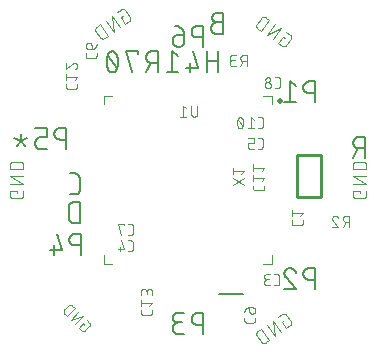
<source format=gbr>
G04 EAGLE Gerber RS-274X export*
G75*
%MOMM*%
%FSLAX34Y34*%
%LPD*%
%INSilkscreen Bottom*%
%IPPOS*%
%AMOC8*
5,1,8,0,0,1.08239X$1,22.5*%
G01*
%ADD10C,0.152400*%
%ADD11C,0.101600*%
%ADD12C,0.076200*%
%ADD13C,0.254000*%
%ADD14C,0.500000*%
%ADD15C,0.120000*%


D10*
X375638Y479778D02*
X370699Y479778D01*
X370559Y479776D01*
X370420Y479770D01*
X370280Y479760D01*
X370141Y479746D01*
X370002Y479729D01*
X369864Y479707D01*
X369727Y479681D01*
X369590Y479652D01*
X369454Y479619D01*
X369320Y479582D01*
X369186Y479541D01*
X369054Y479496D01*
X368922Y479447D01*
X368793Y479395D01*
X368665Y479340D01*
X368538Y479280D01*
X368413Y479217D01*
X368290Y479151D01*
X368169Y479081D01*
X368050Y479008D01*
X367933Y478931D01*
X367819Y478851D01*
X367706Y478768D01*
X367596Y478682D01*
X367489Y478592D01*
X367384Y478500D01*
X367282Y478405D01*
X367182Y478307D01*
X367085Y478206D01*
X366991Y478102D01*
X366901Y477996D01*
X366813Y477887D01*
X366728Y477776D01*
X366647Y477662D01*
X366568Y477547D01*
X366493Y477429D01*
X366422Y477309D01*
X366354Y477186D01*
X366289Y477063D01*
X366228Y476937D01*
X366170Y476809D01*
X366116Y476681D01*
X366066Y476550D01*
X366019Y476418D01*
X365976Y476285D01*
X365937Y476151D01*
X365902Y476016D01*
X365871Y475880D01*
X365843Y475742D01*
X365820Y475605D01*
X365800Y475466D01*
X365784Y475327D01*
X365772Y475188D01*
X365764Y475049D01*
X365760Y474909D01*
X365760Y474769D01*
X365764Y474629D01*
X365772Y474490D01*
X365784Y474351D01*
X365800Y474212D01*
X365820Y474073D01*
X365843Y473936D01*
X365871Y473798D01*
X365902Y473662D01*
X365937Y473527D01*
X365976Y473393D01*
X366019Y473260D01*
X366066Y473128D01*
X366116Y472997D01*
X366170Y472869D01*
X366228Y472741D01*
X366289Y472615D01*
X366354Y472492D01*
X366422Y472370D01*
X366493Y472249D01*
X366568Y472131D01*
X366647Y472016D01*
X366728Y471902D01*
X366813Y471791D01*
X366901Y471682D01*
X366991Y471576D01*
X367085Y471472D01*
X367182Y471371D01*
X367282Y471273D01*
X367384Y471178D01*
X367489Y471086D01*
X367596Y470996D01*
X367706Y470910D01*
X367819Y470827D01*
X367933Y470747D01*
X368050Y470670D01*
X368169Y470597D01*
X368290Y470527D01*
X368413Y470461D01*
X368538Y470398D01*
X368665Y470338D01*
X368793Y470283D01*
X368922Y470231D01*
X369054Y470182D01*
X369186Y470137D01*
X369320Y470096D01*
X369454Y470059D01*
X369590Y470026D01*
X369727Y469997D01*
X369864Y469971D01*
X370002Y469949D01*
X370141Y469932D01*
X370280Y469918D01*
X370420Y469908D01*
X370559Y469902D01*
X370699Y469900D01*
X375638Y469900D01*
X375638Y487680D01*
X370699Y487680D01*
X370575Y487678D01*
X370451Y487672D01*
X370327Y487662D01*
X370204Y487649D01*
X370081Y487631D01*
X369959Y487610D01*
X369837Y487585D01*
X369716Y487556D01*
X369597Y487523D01*
X369478Y487487D01*
X369361Y487446D01*
X369245Y487403D01*
X369130Y487355D01*
X369017Y487304D01*
X368905Y487249D01*
X368796Y487191D01*
X368688Y487130D01*
X368582Y487065D01*
X368478Y486997D01*
X368377Y486925D01*
X368277Y486851D01*
X368181Y486773D01*
X368086Y486693D01*
X367994Y486609D01*
X367905Y486523D01*
X367819Y486434D01*
X367735Y486342D01*
X367655Y486247D01*
X367577Y486151D01*
X367503Y486051D01*
X367431Y485950D01*
X367363Y485846D01*
X367298Y485740D01*
X367237Y485632D01*
X367179Y485523D01*
X367124Y485411D01*
X367073Y485298D01*
X367025Y485183D01*
X366982Y485067D01*
X366941Y484950D01*
X366905Y484831D01*
X366872Y484712D01*
X366843Y484591D01*
X366818Y484469D01*
X366797Y484347D01*
X366779Y484224D01*
X366766Y484101D01*
X366756Y483977D01*
X366750Y483853D01*
X366748Y483729D01*
X366750Y483605D01*
X366756Y483481D01*
X366766Y483357D01*
X366779Y483234D01*
X366797Y483111D01*
X366818Y482989D01*
X366843Y482867D01*
X366872Y482746D01*
X366905Y482627D01*
X366941Y482508D01*
X366982Y482391D01*
X367025Y482275D01*
X367073Y482160D01*
X367124Y482047D01*
X367179Y481935D01*
X367237Y481826D01*
X367298Y481718D01*
X367363Y481612D01*
X367431Y481508D01*
X367503Y481407D01*
X367577Y481307D01*
X367655Y481211D01*
X367735Y481116D01*
X367819Y481024D01*
X367905Y480935D01*
X367994Y480849D01*
X368086Y480765D01*
X368181Y480685D01*
X368277Y480607D01*
X368377Y480533D01*
X368478Y480461D01*
X368582Y480393D01*
X368688Y480328D01*
X368796Y480267D01*
X368905Y480209D01*
X369017Y480154D01*
X369130Y480103D01*
X369245Y480055D01*
X369361Y480012D01*
X369478Y479971D01*
X369597Y479935D01*
X369716Y479902D01*
X369837Y479873D01*
X369959Y479848D01*
X370081Y479827D01*
X370204Y479809D01*
X370327Y479796D01*
X370451Y479786D01*
X370575Y479780D01*
X370699Y479778D01*
X496034Y382778D02*
X496034Y364998D01*
X496034Y382778D02*
X491095Y382778D01*
X490955Y382776D01*
X490816Y382770D01*
X490676Y382760D01*
X490537Y382746D01*
X490398Y382729D01*
X490260Y382707D01*
X490123Y382681D01*
X489986Y382652D01*
X489850Y382619D01*
X489716Y382582D01*
X489582Y382541D01*
X489450Y382496D01*
X489318Y382447D01*
X489189Y382395D01*
X489061Y382340D01*
X488934Y382280D01*
X488809Y382217D01*
X488686Y382151D01*
X488565Y382081D01*
X488446Y382008D01*
X488329Y381931D01*
X488215Y381851D01*
X488102Y381768D01*
X487992Y381682D01*
X487885Y381592D01*
X487780Y381500D01*
X487678Y381405D01*
X487578Y381307D01*
X487481Y381206D01*
X487387Y381102D01*
X487297Y380996D01*
X487209Y380887D01*
X487124Y380776D01*
X487043Y380662D01*
X486964Y380547D01*
X486889Y380429D01*
X486818Y380309D01*
X486750Y380186D01*
X486685Y380063D01*
X486624Y379937D01*
X486566Y379809D01*
X486512Y379681D01*
X486462Y379550D01*
X486415Y379418D01*
X486372Y379285D01*
X486333Y379151D01*
X486298Y379016D01*
X486267Y378880D01*
X486239Y378742D01*
X486216Y378605D01*
X486196Y378466D01*
X486180Y378327D01*
X486168Y378188D01*
X486160Y378049D01*
X486156Y377909D01*
X486156Y377769D01*
X486160Y377629D01*
X486168Y377490D01*
X486180Y377351D01*
X486196Y377212D01*
X486216Y377073D01*
X486239Y376936D01*
X486267Y376798D01*
X486298Y376662D01*
X486333Y376527D01*
X486372Y376393D01*
X486415Y376260D01*
X486462Y376128D01*
X486512Y375997D01*
X486566Y375869D01*
X486624Y375741D01*
X486685Y375615D01*
X486750Y375492D01*
X486818Y375370D01*
X486889Y375249D01*
X486964Y375131D01*
X487043Y375016D01*
X487124Y374902D01*
X487209Y374791D01*
X487297Y374682D01*
X487387Y374576D01*
X487481Y374472D01*
X487578Y374371D01*
X487678Y374273D01*
X487780Y374178D01*
X487885Y374086D01*
X487992Y373996D01*
X488102Y373910D01*
X488215Y373827D01*
X488329Y373747D01*
X488446Y373670D01*
X488565Y373597D01*
X488686Y373527D01*
X488809Y373461D01*
X488934Y373398D01*
X489061Y373338D01*
X489189Y373283D01*
X489318Y373231D01*
X489450Y373182D01*
X489582Y373137D01*
X489716Y373096D01*
X489850Y373059D01*
X489986Y373026D01*
X490123Y372997D01*
X490260Y372971D01*
X490398Y372949D01*
X490537Y372932D01*
X490676Y372918D01*
X490816Y372908D01*
X490955Y372902D01*
X491095Y372900D01*
X496034Y372900D01*
X490107Y372900D02*
X486156Y364998D01*
X254988Y327660D02*
X254988Y309880D01*
X254988Y327660D02*
X250049Y327660D01*
X249910Y327658D01*
X249772Y327652D01*
X249634Y327643D01*
X249496Y327629D01*
X249359Y327612D01*
X249222Y327590D01*
X249085Y327565D01*
X248950Y327536D01*
X248815Y327503D01*
X248682Y327467D01*
X248549Y327427D01*
X248418Y327383D01*
X248288Y327335D01*
X248159Y327284D01*
X248032Y327229D01*
X247906Y327171D01*
X247782Y327109D01*
X247660Y327044D01*
X247540Y326975D01*
X247421Y326903D01*
X247305Y326828D01*
X247191Y326749D01*
X247079Y326667D01*
X246970Y326582D01*
X246862Y326495D01*
X246758Y326404D01*
X246656Y326310D01*
X246557Y326213D01*
X246460Y326114D01*
X246366Y326012D01*
X246275Y325908D01*
X246188Y325800D01*
X246103Y325691D01*
X246021Y325579D01*
X245942Y325465D01*
X245867Y325349D01*
X245795Y325230D01*
X245726Y325110D01*
X245661Y324988D01*
X245599Y324864D01*
X245541Y324738D01*
X245486Y324611D01*
X245435Y324482D01*
X245387Y324352D01*
X245343Y324221D01*
X245303Y324088D01*
X245267Y323955D01*
X245234Y323820D01*
X245205Y323685D01*
X245180Y323548D01*
X245158Y323411D01*
X245141Y323274D01*
X245127Y323136D01*
X245118Y322998D01*
X245112Y322860D01*
X245110Y322721D01*
X245110Y314819D01*
X245112Y314680D01*
X245118Y314542D01*
X245127Y314404D01*
X245141Y314266D01*
X245158Y314129D01*
X245180Y313992D01*
X245205Y313855D01*
X245234Y313720D01*
X245267Y313585D01*
X245303Y313452D01*
X245343Y313319D01*
X245387Y313188D01*
X245435Y313058D01*
X245486Y312929D01*
X245541Y312802D01*
X245599Y312676D01*
X245661Y312552D01*
X245726Y312430D01*
X245795Y312310D01*
X245867Y312191D01*
X245942Y312075D01*
X246021Y311961D01*
X246103Y311849D01*
X246188Y311740D01*
X246275Y311632D01*
X246366Y311528D01*
X246460Y311426D01*
X246557Y311327D01*
X246656Y311230D01*
X246758Y311136D01*
X246862Y311045D01*
X246970Y310958D01*
X247079Y310873D01*
X247191Y310791D01*
X247305Y310712D01*
X247421Y310637D01*
X247540Y310565D01*
X247660Y310496D01*
X247782Y310431D01*
X247906Y310369D01*
X248032Y310311D01*
X248159Y310256D01*
X248288Y310205D01*
X248418Y310157D01*
X248549Y310113D01*
X248682Y310073D01*
X248815Y310037D01*
X248950Y310004D01*
X249085Y309975D01*
X249222Y309950D01*
X249359Y309928D01*
X249496Y309911D01*
X249634Y309897D01*
X249772Y309888D01*
X249910Y309882D01*
X250049Y309880D01*
X254988Y309880D01*
X250557Y334010D02*
X246606Y334010D01*
X250557Y334010D02*
X250681Y334012D01*
X250805Y334018D01*
X250929Y334028D01*
X251052Y334041D01*
X251175Y334059D01*
X251297Y334080D01*
X251419Y334105D01*
X251540Y334134D01*
X251659Y334167D01*
X251778Y334203D01*
X251895Y334244D01*
X252011Y334287D01*
X252126Y334335D01*
X252239Y334386D01*
X252351Y334441D01*
X252460Y334499D01*
X252568Y334560D01*
X252674Y334625D01*
X252778Y334693D01*
X252879Y334765D01*
X252979Y334839D01*
X253075Y334917D01*
X253170Y334997D01*
X253262Y335081D01*
X253351Y335167D01*
X253437Y335256D01*
X253521Y335348D01*
X253601Y335443D01*
X253679Y335539D01*
X253753Y335639D01*
X253825Y335740D01*
X253893Y335844D01*
X253958Y335950D01*
X254019Y336058D01*
X254077Y336167D01*
X254132Y336279D01*
X254183Y336392D01*
X254231Y336507D01*
X254274Y336623D01*
X254315Y336740D01*
X254351Y336859D01*
X254384Y336978D01*
X254413Y337099D01*
X254438Y337221D01*
X254459Y337343D01*
X254477Y337466D01*
X254490Y337589D01*
X254500Y337713D01*
X254506Y337837D01*
X254508Y337961D01*
X254508Y347839D01*
X254506Y347963D01*
X254500Y348087D01*
X254490Y348211D01*
X254477Y348334D01*
X254459Y348457D01*
X254438Y348579D01*
X254413Y348701D01*
X254384Y348822D01*
X254351Y348941D01*
X254315Y349060D01*
X254274Y349177D01*
X254231Y349293D01*
X254183Y349408D01*
X254132Y349521D01*
X254077Y349633D01*
X254019Y349742D01*
X253958Y349850D01*
X253893Y349956D01*
X253825Y350060D01*
X253753Y350161D01*
X253679Y350261D01*
X253601Y350357D01*
X253521Y350452D01*
X253437Y350544D01*
X253351Y350633D01*
X253262Y350719D01*
X253170Y350803D01*
X253075Y350883D01*
X252979Y350961D01*
X252879Y351035D01*
X252778Y351107D01*
X252674Y351175D01*
X252568Y351240D01*
X252460Y351301D01*
X252351Y351359D01*
X252239Y351414D01*
X252126Y351465D01*
X252012Y351513D01*
X251895Y351556D01*
X251778Y351597D01*
X251659Y351633D01*
X251540Y351666D01*
X251419Y351695D01*
X251297Y351720D01*
X251175Y351741D01*
X251052Y351759D01*
X250929Y351772D01*
X250805Y351782D01*
X250681Y351788D01*
X250557Y351790D01*
X246606Y351790D01*
D11*
X426501Y467300D02*
X428096Y466183D01*
X426501Y467300D02*
X422778Y461983D01*
X425968Y459749D01*
X426051Y459694D01*
X426135Y459642D01*
X426222Y459593D01*
X426310Y459547D01*
X426400Y459505D01*
X426492Y459466D01*
X426585Y459431D01*
X426679Y459399D01*
X426774Y459371D01*
X426871Y459347D01*
X426968Y459326D01*
X427066Y459310D01*
X427165Y459296D01*
X427264Y459287D01*
X427363Y459282D01*
X427463Y459280D01*
X427562Y459282D01*
X427661Y459288D01*
X427760Y459298D01*
X427859Y459311D01*
X427957Y459329D01*
X428054Y459350D01*
X428150Y459374D01*
X428246Y459403D01*
X428340Y459435D01*
X428433Y459470D01*
X428524Y459509D01*
X428614Y459552D01*
X428702Y459598D01*
X428788Y459647D01*
X428873Y459700D01*
X428955Y459756D01*
X429035Y459815D01*
X429113Y459877D01*
X429188Y459942D01*
X429261Y460009D01*
X429331Y460080D01*
X429399Y460153D01*
X429463Y460229D01*
X429525Y460307D01*
X429584Y460387D01*
X433307Y465704D01*
X433362Y465787D01*
X433414Y465871D01*
X433463Y465958D01*
X433509Y466046D01*
X433551Y466136D01*
X433590Y466228D01*
X433625Y466321D01*
X433657Y466415D01*
X433685Y466510D01*
X433709Y466607D01*
X433730Y466704D01*
X433746Y466802D01*
X433760Y466901D01*
X433769Y467000D01*
X433774Y467099D01*
X433776Y467199D01*
X433774Y467298D01*
X433768Y467397D01*
X433758Y467496D01*
X433745Y467595D01*
X433727Y467693D01*
X433706Y467790D01*
X433682Y467886D01*
X433653Y467982D01*
X433621Y468076D01*
X433586Y468169D01*
X433547Y468260D01*
X433504Y468350D01*
X433458Y468438D01*
X433409Y468524D01*
X433356Y468609D01*
X433300Y468691D01*
X433241Y468771D01*
X433179Y468849D01*
X433114Y468924D01*
X433047Y468997D01*
X432976Y469067D01*
X432903Y469135D01*
X432827Y469199D01*
X432749Y469261D01*
X432669Y469320D01*
X432670Y469320D02*
X429479Y471554D01*
X424810Y474824D02*
X418108Y465253D01*
X412791Y468976D02*
X424810Y474824D01*
X419492Y478547D02*
X412791Y468976D01*
X408121Y472246D02*
X414822Y481817D01*
X412164Y483678D01*
X412164Y483679D02*
X412070Y483742D01*
X411974Y483802D01*
X411876Y483859D01*
X411776Y483912D01*
X411674Y483962D01*
X411570Y484008D01*
X411465Y484050D01*
X411359Y484089D01*
X411251Y484124D01*
X411142Y484155D01*
X411032Y484183D01*
X410921Y484206D01*
X410810Y484226D01*
X410698Y484242D01*
X410585Y484254D01*
X410472Y484262D01*
X410359Y484266D01*
X410245Y484266D01*
X410132Y484262D01*
X410019Y484254D01*
X409906Y484242D01*
X409794Y484226D01*
X409683Y484206D01*
X409572Y484183D01*
X409462Y484155D01*
X409353Y484124D01*
X409245Y484089D01*
X409139Y484050D01*
X409034Y484008D01*
X408930Y483962D01*
X408828Y483912D01*
X408728Y483859D01*
X408630Y483802D01*
X408534Y483742D01*
X408440Y483679D01*
X408349Y483612D01*
X408259Y483543D01*
X408172Y483470D01*
X408088Y483394D01*
X408007Y483315D01*
X407928Y483234D01*
X407852Y483150D01*
X407779Y483063D01*
X407710Y482974D01*
X407643Y482882D01*
X407644Y482881D02*
X404665Y478628D01*
X404602Y478534D01*
X404542Y478438D01*
X404485Y478340D01*
X404432Y478240D01*
X404382Y478138D01*
X404336Y478034D01*
X404294Y477929D01*
X404255Y477823D01*
X404220Y477715D01*
X404189Y477606D01*
X404161Y477496D01*
X404138Y477385D01*
X404118Y477274D01*
X404102Y477162D01*
X404090Y477049D01*
X404082Y476936D01*
X404078Y476823D01*
X404078Y476709D01*
X404082Y476596D01*
X404090Y476483D01*
X404102Y476370D01*
X404118Y476258D01*
X404138Y476147D01*
X404161Y476036D01*
X404189Y475926D01*
X404220Y475817D01*
X404255Y475709D01*
X404294Y475603D01*
X404336Y475498D01*
X404382Y475394D01*
X404432Y475292D01*
X404485Y475192D01*
X404542Y475094D01*
X404602Y474998D01*
X404665Y474904D01*
X404732Y474812D01*
X404801Y474723D01*
X404874Y474636D01*
X404950Y474552D01*
X405029Y474471D01*
X405110Y474392D01*
X405194Y474316D01*
X405281Y474243D01*
X405371Y474174D01*
X405462Y474107D01*
X408121Y472246D01*
X492049Y337254D02*
X492049Y335306D01*
X492049Y337254D02*
X485558Y337254D01*
X485558Y333359D01*
X485560Y333260D01*
X485566Y333160D01*
X485575Y333061D01*
X485588Y332963D01*
X485605Y332865D01*
X485626Y332767D01*
X485651Y332671D01*
X485679Y332576D01*
X485711Y332482D01*
X485746Y332389D01*
X485785Y332297D01*
X485828Y332207D01*
X485873Y332119D01*
X485923Y332032D01*
X485975Y331948D01*
X486031Y331865D01*
X486089Y331785D01*
X486151Y331707D01*
X486216Y331632D01*
X486284Y331559D01*
X486354Y331489D01*
X486427Y331421D01*
X486502Y331356D01*
X486580Y331294D01*
X486660Y331236D01*
X486743Y331180D01*
X486827Y331128D01*
X486914Y331078D01*
X487002Y331033D01*
X487092Y330990D01*
X487184Y330951D01*
X487277Y330916D01*
X487371Y330884D01*
X487466Y330856D01*
X487562Y330831D01*
X487660Y330810D01*
X487758Y330793D01*
X487856Y330780D01*
X487955Y330771D01*
X488055Y330765D01*
X488154Y330763D01*
X494646Y330763D01*
X494745Y330765D01*
X494845Y330771D01*
X494944Y330780D01*
X495042Y330793D01*
X495140Y330810D01*
X495238Y330831D01*
X495334Y330856D01*
X495429Y330884D01*
X495523Y330916D01*
X495616Y330951D01*
X495708Y330990D01*
X495798Y331033D01*
X495886Y331078D01*
X495973Y331128D01*
X496057Y331180D01*
X496140Y331236D01*
X496220Y331294D01*
X496298Y331356D01*
X496373Y331421D01*
X496446Y331489D01*
X496516Y331559D01*
X496584Y331632D01*
X496649Y331707D01*
X496711Y331785D01*
X496769Y331865D01*
X496825Y331948D01*
X496877Y332032D01*
X496927Y332119D01*
X496972Y332207D01*
X497015Y332297D01*
X497054Y332389D01*
X497089Y332481D01*
X497121Y332576D01*
X497149Y332671D01*
X497174Y332767D01*
X497195Y332865D01*
X497212Y332963D01*
X497225Y333061D01*
X497234Y333160D01*
X497240Y333260D01*
X497242Y333359D01*
X497242Y337254D01*
X497242Y342954D02*
X485558Y342954D01*
X485558Y349446D02*
X497242Y342954D01*
X497242Y349446D02*
X485558Y349446D01*
X485558Y355146D02*
X497242Y355146D01*
X497242Y358392D01*
X497240Y358505D01*
X497234Y358618D01*
X497224Y358731D01*
X497210Y358844D01*
X497193Y358956D01*
X497171Y359067D01*
X497146Y359177D01*
X497116Y359287D01*
X497083Y359395D01*
X497046Y359502D01*
X497006Y359608D01*
X496961Y359712D01*
X496913Y359815D01*
X496862Y359916D01*
X496807Y360015D01*
X496749Y360112D01*
X496687Y360207D01*
X496622Y360300D01*
X496554Y360390D01*
X496483Y360478D01*
X496408Y360564D01*
X496331Y360647D01*
X496251Y360727D01*
X496168Y360804D01*
X496082Y360879D01*
X495994Y360950D01*
X495904Y361018D01*
X495811Y361083D01*
X495716Y361145D01*
X495619Y361203D01*
X495520Y361258D01*
X495419Y361309D01*
X495316Y361357D01*
X495212Y361402D01*
X495106Y361442D01*
X494999Y361479D01*
X494891Y361512D01*
X494781Y361542D01*
X494671Y361567D01*
X494560Y361589D01*
X494448Y361606D01*
X494335Y361620D01*
X494222Y361630D01*
X494109Y361636D01*
X493996Y361638D01*
X488804Y361638D01*
X488691Y361636D01*
X488578Y361630D01*
X488465Y361620D01*
X488352Y361606D01*
X488240Y361589D01*
X488129Y361567D01*
X488019Y361542D01*
X487909Y361512D01*
X487801Y361479D01*
X487694Y361442D01*
X487588Y361402D01*
X487484Y361357D01*
X487381Y361309D01*
X487280Y361258D01*
X487181Y361203D01*
X487084Y361145D01*
X486989Y361083D01*
X486896Y361018D01*
X486806Y360950D01*
X486718Y360879D01*
X486632Y360804D01*
X486549Y360727D01*
X486469Y360647D01*
X486392Y360564D01*
X486317Y360478D01*
X486246Y360390D01*
X486178Y360300D01*
X486113Y360207D01*
X486051Y360112D01*
X485993Y360015D01*
X485938Y359916D01*
X485887Y359815D01*
X485839Y359712D01*
X485794Y359608D01*
X485754Y359502D01*
X485717Y359395D01*
X485684Y359287D01*
X485654Y359177D01*
X485629Y359067D01*
X485607Y358956D01*
X485590Y358844D01*
X485576Y358731D01*
X485566Y358618D01*
X485560Y358505D01*
X485558Y358392D01*
X485558Y355146D01*
X427351Y227280D02*
X425756Y226163D01*
X429479Y220846D01*
X432670Y223080D01*
X432669Y223080D02*
X432749Y223139D01*
X432827Y223201D01*
X432903Y223265D01*
X432976Y223333D01*
X433047Y223403D01*
X433114Y223476D01*
X433179Y223551D01*
X433241Y223629D01*
X433300Y223709D01*
X433356Y223791D01*
X433409Y223876D01*
X433458Y223962D01*
X433504Y224050D01*
X433547Y224140D01*
X433586Y224231D01*
X433621Y224324D01*
X433653Y224418D01*
X433682Y224514D01*
X433706Y224610D01*
X433727Y224707D01*
X433745Y224805D01*
X433758Y224904D01*
X433768Y225003D01*
X433774Y225102D01*
X433776Y225201D01*
X433774Y225301D01*
X433769Y225400D01*
X433759Y225499D01*
X433746Y225598D01*
X433730Y225696D01*
X433709Y225793D01*
X433685Y225890D01*
X433657Y225985D01*
X433625Y226079D01*
X433590Y226172D01*
X433551Y226264D01*
X433509Y226354D01*
X433463Y226442D01*
X433414Y226529D01*
X433362Y226613D01*
X433307Y226696D01*
X429584Y232013D01*
X429525Y232093D01*
X429463Y232171D01*
X429399Y232247D01*
X429331Y232320D01*
X429261Y232391D01*
X429188Y232458D01*
X429113Y232523D01*
X429035Y232585D01*
X428955Y232644D01*
X428873Y232700D01*
X428788Y232753D01*
X428702Y232802D01*
X428614Y232848D01*
X428524Y232891D01*
X428433Y232930D01*
X428340Y232965D01*
X428246Y232997D01*
X428150Y233026D01*
X428054Y233050D01*
X427957Y233071D01*
X427859Y233089D01*
X427760Y233102D01*
X427661Y233112D01*
X427562Y233118D01*
X427463Y233120D01*
X427363Y233118D01*
X427264Y233113D01*
X427165Y233104D01*
X427066Y233090D01*
X426968Y233074D01*
X426871Y233053D01*
X426774Y233029D01*
X426679Y233001D01*
X426585Y232969D01*
X426492Y232934D01*
X426400Y232895D01*
X426310Y232853D01*
X426222Y232807D01*
X426135Y232758D01*
X426051Y232706D01*
X425968Y232651D01*
X422778Y230417D01*
X418108Y227147D02*
X424809Y217576D01*
X419492Y213853D02*
X418108Y227147D01*
X412791Y223424D02*
X419492Y213853D01*
X414822Y210583D02*
X408121Y220154D01*
X405462Y218292D01*
X405462Y218293D02*
X405371Y218226D01*
X405281Y218157D01*
X405194Y218084D01*
X405110Y218008D01*
X405029Y217929D01*
X404950Y217848D01*
X404874Y217764D01*
X404801Y217677D01*
X404732Y217588D01*
X404665Y217496D01*
X404602Y217402D01*
X404542Y217306D01*
X404485Y217208D01*
X404432Y217108D01*
X404382Y217006D01*
X404336Y216902D01*
X404294Y216797D01*
X404255Y216691D01*
X404220Y216583D01*
X404189Y216474D01*
X404161Y216364D01*
X404138Y216253D01*
X404118Y216142D01*
X404102Y216030D01*
X404090Y215917D01*
X404082Y215804D01*
X404078Y215691D01*
X404078Y215577D01*
X404082Y215464D01*
X404090Y215351D01*
X404102Y215238D01*
X404118Y215126D01*
X404138Y215015D01*
X404161Y214904D01*
X404189Y214794D01*
X404220Y214685D01*
X404255Y214577D01*
X404294Y214471D01*
X404336Y214366D01*
X404382Y214262D01*
X404432Y214160D01*
X404485Y214060D01*
X404542Y213962D01*
X404602Y213866D01*
X404665Y213772D01*
X407644Y209518D01*
X407643Y209518D02*
X407710Y209427D01*
X407779Y209337D01*
X407852Y209250D01*
X407928Y209166D01*
X408007Y209085D01*
X408088Y209006D01*
X408172Y208930D01*
X408259Y208857D01*
X408349Y208788D01*
X408440Y208721D01*
X408534Y208658D01*
X408630Y208598D01*
X408728Y208541D01*
X408828Y208488D01*
X408930Y208438D01*
X409034Y208392D01*
X409139Y208350D01*
X409245Y208311D01*
X409353Y208276D01*
X409462Y208245D01*
X409572Y208217D01*
X409683Y208194D01*
X409794Y208174D01*
X409906Y208158D01*
X410019Y208146D01*
X410132Y208138D01*
X410245Y208134D01*
X410359Y208134D01*
X410472Y208138D01*
X410585Y208146D01*
X410698Y208158D01*
X410810Y208174D01*
X410921Y208194D01*
X411032Y208217D01*
X411142Y208245D01*
X411251Y208276D01*
X411359Y208311D01*
X411465Y208350D01*
X411570Y208392D01*
X411674Y208438D01*
X411776Y208488D01*
X411876Y208541D01*
X411974Y208598D01*
X412070Y208658D01*
X412164Y208721D01*
X414822Y210583D01*
D12*
X258538Y223601D02*
X257430Y224708D01*
X253738Y221016D01*
X255953Y218801D01*
X255954Y218802D02*
X256018Y218740D01*
X256084Y218682D01*
X256153Y218626D01*
X256224Y218573D01*
X256298Y218524D01*
X256373Y218477D01*
X256451Y218434D01*
X256530Y218394D01*
X256611Y218358D01*
X256693Y218324D01*
X256776Y218295D01*
X256861Y218269D01*
X256947Y218247D01*
X257034Y218228D01*
X257121Y218213D01*
X257209Y218202D01*
X257297Y218194D01*
X257386Y218190D01*
X257474Y218190D01*
X257563Y218194D01*
X257651Y218202D01*
X257739Y218213D01*
X257826Y218228D01*
X257913Y218247D01*
X257999Y218269D01*
X258084Y218295D01*
X258167Y218324D01*
X258249Y218358D01*
X258330Y218394D01*
X258409Y218434D01*
X258487Y218477D01*
X258562Y218524D01*
X258636Y218573D01*
X258707Y218626D01*
X258776Y218682D01*
X258842Y218740D01*
X258906Y218802D01*
X258907Y218801D02*
X262599Y222493D01*
X262598Y222494D02*
X262661Y222559D01*
X262721Y222628D01*
X262779Y222699D01*
X262832Y222772D01*
X262883Y222848D01*
X262930Y222926D01*
X262974Y223006D01*
X263014Y223088D01*
X263051Y223171D01*
X263084Y223256D01*
X263113Y223342D01*
X263139Y223430D01*
X263161Y223518D01*
X263178Y223607D01*
X263192Y223697D01*
X263202Y223788D01*
X263208Y223879D01*
X263210Y223970D01*
X263208Y224061D01*
X263202Y224152D01*
X263192Y224243D01*
X263178Y224333D01*
X263161Y224422D01*
X263139Y224510D01*
X263113Y224598D01*
X263084Y224684D01*
X263051Y224769D01*
X263014Y224852D01*
X262974Y224934D01*
X262930Y225014D01*
X262883Y225092D01*
X262832Y225168D01*
X262779Y225241D01*
X262722Y225312D01*
X262661Y225381D01*
X262598Y225446D01*
X262599Y225447D02*
X260384Y227662D01*
X257179Y230867D02*
X250533Y224221D01*
X246841Y227913D02*
X257179Y230867D01*
X253487Y234559D02*
X246841Y227913D01*
X243636Y231118D02*
X250282Y237764D01*
X248436Y239609D01*
X248436Y239610D02*
X248364Y239680D01*
X248290Y239746D01*
X248212Y239810D01*
X248133Y239870D01*
X248051Y239928D01*
X247967Y239982D01*
X247881Y240033D01*
X247793Y240081D01*
X247704Y240126D01*
X247612Y240167D01*
X247519Y240204D01*
X247425Y240238D01*
X247330Y240268D01*
X247234Y240294D01*
X247136Y240317D01*
X247038Y240336D01*
X246939Y240352D01*
X246840Y240363D01*
X246740Y240371D01*
X246640Y240375D01*
X246540Y240375D01*
X246440Y240371D01*
X246340Y240363D01*
X246241Y240352D01*
X246142Y240336D01*
X246044Y240317D01*
X245946Y240294D01*
X245850Y240268D01*
X245755Y240238D01*
X245661Y240204D01*
X245568Y240167D01*
X245476Y240126D01*
X245387Y240081D01*
X245299Y240033D01*
X245213Y239982D01*
X245129Y239928D01*
X245047Y239870D01*
X244968Y239810D01*
X244890Y239746D01*
X244816Y239680D01*
X244744Y239610D01*
X244744Y239609D02*
X241791Y236656D01*
X241790Y236656D02*
X241720Y236584D01*
X241654Y236510D01*
X241590Y236432D01*
X241530Y236353D01*
X241472Y236271D01*
X241418Y236187D01*
X241367Y236101D01*
X241319Y236013D01*
X241274Y235924D01*
X241233Y235832D01*
X241196Y235739D01*
X241162Y235645D01*
X241132Y235550D01*
X241106Y235454D01*
X241083Y235356D01*
X241064Y235258D01*
X241048Y235159D01*
X241037Y235060D01*
X241029Y234960D01*
X241025Y234860D01*
X241025Y234760D01*
X241029Y234660D01*
X241037Y234560D01*
X241048Y234461D01*
X241064Y234362D01*
X241083Y234264D01*
X241106Y234166D01*
X241132Y234070D01*
X241162Y233975D01*
X241196Y233881D01*
X241233Y233788D01*
X241274Y233696D01*
X241319Y233607D01*
X241367Y233519D01*
X241418Y233433D01*
X241472Y233349D01*
X241530Y233267D01*
X241590Y233188D01*
X241654Y233110D01*
X241720Y233036D01*
X241790Y232964D01*
X241791Y232964D02*
X243636Y231118D01*
D11*
X201649Y335306D02*
X201649Y337254D01*
X195158Y337254D01*
X195158Y333359D01*
X195160Y333260D01*
X195166Y333160D01*
X195175Y333061D01*
X195188Y332963D01*
X195205Y332865D01*
X195226Y332767D01*
X195251Y332671D01*
X195279Y332576D01*
X195311Y332482D01*
X195346Y332389D01*
X195385Y332297D01*
X195428Y332207D01*
X195473Y332119D01*
X195523Y332032D01*
X195575Y331948D01*
X195631Y331865D01*
X195689Y331785D01*
X195751Y331707D01*
X195816Y331632D01*
X195884Y331559D01*
X195954Y331489D01*
X196027Y331421D01*
X196102Y331356D01*
X196180Y331294D01*
X196260Y331236D01*
X196343Y331180D01*
X196427Y331128D01*
X196514Y331078D01*
X196602Y331033D01*
X196692Y330990D01*
X196784Y330951D01*
X196877Y330916D01*
X196971Y330884D01*
X197066Y330856D01*
X197162Y330831D01*
X197260Y330810D01*
X197358Y330793D01*
X197456Y330780D01*
X197555Y330771D01*
X197655Y330765D01*
X197754Y330763D01*
X204246Y330763D01*
X204345Y330765D01*
X204445Y330771D01*
X204544Y330780D01*
X204642Y330793D01*
X204740Y330810D01*
X204838Y330831D01*
X204934Y330856D01*
X205029Y330884D01*
X205123Y330916D01*
X205216Y330951D01*
X205308Y330990D01*
X205398Y331033D01*
X205486Y331078D01*
X205573Y331128D01*
X205657Y331180D01*
X205740Y331236D01*
X205820Y331294D01*
X205898Y331356D01*
X205973Y331421D01*
X206046Y331489D01*
X206116Y331559D01*
X206184Y331632D01*
X206249Y331707D01*
X206311Y331785D01*
X206369Y331865D01*
X206425Y331948D01*
X206477Y332032D01*
X206527Y332119D01*
X206572Y332207D01*
X206615Y332297D01*
X206654Y332389D01*
X206689Y332481D01*
X206721Y332576D01*
X206749Y332671D01*
X206774Y332767D01*
X206795Y332865D01*
X206812Y332963D01*
X206825Y333061D01*
X206834Y333160D01*
X206840Y333260D01*
X206842Y333359D01*
X206842Y337254D01*
X206842Y342954D02*
X195158Y342954D01*
X195158Y349446D02*
X206842Y342954D01*
X206842Y349446D02*
X195158Y349446D01*
X195158Y355146D02*
X206842Y355146D01*
X206842Y358392D01*
X206840Y358505D01*
X206834Y358618D01*
X206824Y358731D01*
X206810Y358844D01*
X206793Y358956D01*
X206771Y359067D01*
X206746Y359177D01*
X206716Y359287D01*
X206683Y359395D01*
X206646Y359502D01*
X206606Y359608D01*
X206561Y359712D01*
X206513Y359815D01*
X206462Y359916D01*
X206407Y360015D01*
X206349Y360112D01*
X206287Y360207D01*
X206222Y360300D01*
X206154Y360390D01*
X206083Y360478D01*
X206008Y360564D01*
X205931Y360647D01*
X205851Y360727D01*
X205768Y360804D01*
X205682Y360879D01*
X205594Y360950D01*
X205504Y361018D01*
X205411Y361083D01*
X205316Y361145D01*
X205219Y361203D01*
X205120Y361258D01*
X205019Y361309D01*
X204916Y361357D01*
X204812Y361402D01*
X204706Y361442D01*
X204599Y361479D01*
X204491Y361512D01*
X204381Y361542D01*
X204271Y361567D01*
X204160Y361589D01*
X204048Y361606D01*
X203935Y361620D01*
X203822Y361630D01*
X203709Y361636D01*
X203596Y361638D01*
X198404Y361638D01*
X198291Y361636D01*
X198178Y361630D01*
X198065Y361620D01*
X197952Y361606D01*
X197840Y361589D01*
X197729Y361567D01*
X197619Y361542D01*
X197509Y361512D01*
X197401Y361479D01*
X197294Y361442D01*
X197188Y361402D01*
X197084Y361357D01*
X196981Y361309D01*
X196880Y361258D01*
X196781Y361203D01*
X196684Y361145D01*
X196589Y361083D01*
X196496Y361018D01*
X196406Y360950D01*
X196318Y360879D01*
X196232Y360804D01*
X196149Y360727D01*
X196069Y360647D01*
X195992Y360564D01*
X195917Y360478D01*
X195846Y360390D01*
X195778Y360300D01*
X195713Y360207D01*
X195651Y360112D01*
X195593Y360015D01*
X195538Y359916D01*
X195487Y359815D01*
X195439Y359712D01*
X195394Y359608D01*
X195354Y359502D01*
X195317Y359395D01*
X195284Y359287D01*
X195254Y359177D01*
X195229Y359067D01*
X195207Y358956D01*
X195190Y358844D01*
X195176Y358731D01*
X195166Y358618D01*
X195160Y358505D01*
X195158Y358392D01*
X195158Y355146D01*
X289446Y483913D02*
X291041Y485030D01*
X289446Y483913D02*
X293169Y478596D01*
X296360Y480830D01*
X296359Y480830D02*
X296439Y480889D01*
X296517Y480951D01*
X296593Y481015D01*
X296666Y481083D01*
X296737Y481153D01*
X296804Y481226D01*
X296869Y481301D01*
X296931Y481379D01*
X296990Y481459D01*
X297046Y481541D01*
X297099Y481626D01*
X297148Y481712D01*
X297194Y481800D01*
X297237Y481890D01*
X297276Y481981D01*
X297311Y482074D01*
X297343Y482168D01*
X297372Y482264D01*
X297396Y482360D01*
X297417Y482457D01*
X297435Y482555D01*
X297448Y482654D01*
X297458Y482753D01*
X297464Y482852D01*
X297466Y482951D01*
X297464Y483051D01*
X297459Y483150D01*
X297449Y483249D01*
X297436Y483348D01*
X297420Y483446D01*
X297399Y483543D01*
X297375Y483640D01*
X297347Y483735D01*
X297315Y483829D01*
X297280Y483922D01*
X297241Y484014D01*
X297199Y484104D01*
X297153Y484192D01*
X297104Y484279D01*
X297052Y484363D01*
X296997Y484446D01*
X293274Y489763D01*
X293215Y489843D01*
X293153Y489921D01*
X293089Y489997D01*
X293021Y490070D01*
X292951Y490141D01*
X292878Y490208D01*
X292803Y490273D01*
X292725Y490335D01*
X292645Y490394D01*
X292563Y490450D01*
X292478Y490503D01*
X292392Y490552D01*
X292304Y490598D01*
X292214Y490641D01*
X292123Y490680D01*
X292030Y490715D01*
X291936Y490747D01*
X291840Y490776D01*
X291744Y490800D01*
X291647Y490821D01*
X291549Y490839D01*
X291450Y490852D01*
X291351Y490862D01*
X291252Y490868D01*
X291153Y490870D01*
X291053Y490868D01*
X290954Y490863D01*
X290855Y490854D01*
X290756Y490840D01*
X290658Y490824D01*
X290561Y490803D01*
X290464Y490779D01*
X290369Y490751D01*
X290275Y490719D01*
X290182Y490684D01*
X290090Y490645D01*
X290000Y490603D01*
X289912Y490557D01*
X289825Y490508D01*
X289741Y490456D01*
X289658Y490401D01*
X286468Y488167D01*
X281798Y484897D02*
X288499Y475326D01*
X283182Y471603D02*
X281798Y484897D01*
X276481Y481174D02*
X283182Y471603D01*
X278512Y468333D02*
X271811Y477904D01*
X269152Y476042D01*
X269152Y476043D02*
X269061Y475976D01*
X268971Y475907D01*
X268884Y475834D01*
X268800Y475758D01*
X268719Y475679D01*
X268640Y475598D01*
X268564Y475514D01*
X268491Y475427D01*
X268422Y475338D01*
X268355Y475246D01*
X268292Y475152D01*
X268232Y475056D01*
X268175Y474958D01*
X268122Y474858D01*
X268072Y474756D01*
X268026Y474652D01*
X267984Y474547D01*
X267945Y474441D01*
X267910Y474333D01*
X267879Y474224D01*
X267851Y474114D01*
X267828Y474003D01*
X267808Y473892D01*
X267792Y473780D01*
X267780Y473667D01*
X267772Y473554D01*
X267768Y473441D01*
X267768Y473327D01*
X267772Y473214D01*
X267780Y473101D01*
X267792Y472988D01*
X267808Y472876D01*
X267828Y472765D01*
X267851Y472654D01*
X267879Y472544D01*
X267910Y472435D01*
X267945Y472327D01*
X267984Y472221D01*
X268026Y472116D01*
X268072Y472012D01*
X268122Y471910D01*
X268175Y471810D01*
X268232Y471712D01*
X268292Y471616D01*
X268355Y471522D01*
X271334Y467268D01*
X271333Y467268D02*
X271400Y467177D01*
X271469Y467087D01*
X271542Y467000D01*
X271618Y466916D01*
X271697Y466835D01*
X271778Y466756D01*
X271862Y466680D01*
X271949Y466607D01*
X272039Y466538D01*
X272130Y466471D01*
X272224Y466408D01*
X272320Y466348D01*
X272418Y466291D01*
X272518Y466238D01*
X272620Y466188D01*
X272724Y466142D01*
X272829Y466100D01*
X272935Y466061D01*
X273043Y466026D01*
X273152Y465995D01*
X273262Y465967D01*
X273373Y465944D01*
X273484Y465924D01*
X273596Y465908D01*
X273709Y465896D01*
X273822Y465888D01*
X273935Y465884D01*
X274049Y465884D01*
X274162Y465888D01*
X274275Y465896D01*
X274388Y465908D01*
X274500Y465924D01*
X274611Y465944D01*
X274722Y465967D01*
X274832Y465995D01*
X274941Y466026D01*
X275049Y466061D01*
X275155Y466100D01*
X275260Y466142D01*
X275364Y466188D01*
X275466Y466238D01*
X275566Y466291D01*
X275664Y466348D01*
X275760Y466408D01*
X275854Y466471D01*
X278512Y468333D01*
D10*
X453726Y429670D02*
X453726Y411890D01*
X453726Y429670D02*
X448788Y429670D01*
X448648Y429668D01*
X448509Y429662D01*
X448369Y429652D01*
X448230Y429638D01*
X448091Y429621D01*
X447953Y429599D01*
X447816Y429573D01*
X447679Y429544D01*
X447543Y429511D01*
X447409Y429474D01*
X447275Y429433D01*
X447143Y429388D01*
X447011Y429339D01*
X446882Y429287D01*
X446754Y429232D01*
X446627Y429172D01*
X446502Y429109D01*
X446379Y429043D01*
X446258Y428973D01*
X446139Y428900D01*
X446022Y428823D01*
X445908Y428743D01*
X445795Y428660D01*
X445685Y428574D01*
X445578Y428484D01*
X445473Y428392D01*
X445371Y428297D01*
X445271Y428199D01*
X445174Y428098D01*
X445080Y427994D01*
X444990Y427888D01*
X444902Y427779D01*
X444817Y427668D01*
X444736Y427554D01*
X444657Y427439D01*
X444582Y427321D01*
X444511Y427201D01*
X444443Y427078D01*
X444378Y426955D01*
X444317Y426829D01*
X444259Y426701D01*
X444205Y426573D01*
X444155Y426442D01*
X444108Y426310D01*
X444065Y426177D01*
X444026Y426043D01*
X443991Y425908D01*
X443960Y425772D01*
X443932Y425634D01*
X443909Y425497D01*
X443889Y425358D01*
X443873Y425219D01*
X443861Y425080D01*
X443853Y424941D01*
X443849Y424801D01*
X443849Y424661D01*
X443853Y424521D01*
X443861Y424382D01*
X443873Y424243D01*
X443889Y424104D01*
X443909Y423965D01*
X443932Y423828D01*
X443960Y423690D01*
X443991Y423554D01*
X444026Y423419D01*
X444065Y423285D01*
X444108Y423152D01*
X444155Y423020D01*
X444205Y422889D01*
X444259Y422761D01*
X444317Y422633D01*
X444378Y422507D01*
X444443Y422384D01*
X444511Y422262D01*
X444582Y422141D01*
X444657Y422023D01*
X444736Y421908D01*
X444817Y421794D01*
X444902Y421683D01*
X444990Y421574D01*
X445080Y421468D01*
X445174Y421364D01*
X445271Y421263D01*
X445371Y421165D01*
X445473Y421070D01*
X445578Y420978D01*
X445685Y420888D01*
X445795Y420802D01*
X445908Y420719D01*
X446022Y420639D01*
X446139Y420562D01*
X446258Y420489D01*
X446379Y420419D01*
X446502Y420353D01*
X446627Y420290D01*
X446754Y420230D01*
X446882Y420175D01*
X447011Y420123D01*
X447143Y420074D01*
X447275Y420029D01*
X447409Y419988D01*
X447543Y419951D01*
X447679Y419918D01*
X447816Y419889D01*
X447953Y419863D01*
X448091Y419841D01*
X448230Y419824D01*
X448369Y419810D01*
X448509Y419800D01*
X448648Y419794D01*
X448788Y419792D01*
X453726Y419792D01*
X437731Y425719D02*
X432792Y429670D01*
X432792Y411890D01*
X427854Y411890D02*
X437731Y411890D01*
X453726Y271620D02*
X453726Y253840D01*
X453726Y271620D02*
X448788Y271620D01*
X448648Y271618D01*
X448509Y271612D01*
X448369Y271602D01*
X448230Y271588D01*
X448091Y271571D01*
X447953Y271549D01*
X447816Y271523D01*
X447679Y271494D01*
X447543Y271461D01*
X447409Y271424D01*
X447275Y271383D01*
X447143Y271338D01*
X447011Y271289D01*
X446882Y271237D01*
X446754Y271182D01*
X446627Y271122D01*
X446502Y271059D01*
X446379Y270993D01*
X446258Y270923D01*
X446139Y270850D01*
X446022Y270773D01*
X445908Y270693D01*
X445795Y270610D01*
X445685Y270524D01*
X445578Y270434D01*
X445473Y270342D01*
X445371Y270247D01*
X445271Y270149D01*
X445174Y270048D01*
X445080Y269944D01*
X444990Y269838D01*
X444902Y269729D01*
X444817Y269618D01*
X444736Y269504D01*
X444657Y269389D01*
X444582Y269271D01*
X444511Y269151D01*
X444443Y269028D01*
X444378Y268905D01*
X444317Y268779D01*
X444259Y268651D01*
X444205Y268523D01*
X444155Y268392D01*
X444108Y268260D01*
X444065Y268127D01*
X444026Y267993D01*
X443991Y267858D01*
X443960Y267722D01*
X443932Y267584D01*
X443909Y267447D01*
X443889Y267308D01*
X443873Y267169D01*
X443861Y267030D01*
X443853Y266891D01*
X443849Y266751D01*
X443849Y266611D01*
X443853Y266471D01*
X443861Y266332D01*
X443873Y266193D01*
X443889Y266054D01*
X443909Y265915D01*
X443932Y265778D01*
X443960Y265640D01*
X443991Y265504D01*
X444026Y265369D01*
X444065Y265235D01*
X444108Y265102D01*
X444155Y264970D01*
X444205Y264839D01*
X444259Y264711D01*
X444317Y264583D01*
X444378Y264457D01*
X444443Y264334D01*
X444511Y264212D01*
X444582Y264091D01*
X444657Y263973D01*
X444736Y263858D01*
X444817Y263744D01*
X444902Y263633D01*
X444990Y263524D01*
X445080Y263418D01*
X445174Y263314D01*
X445271Y263213D01*
X445371Y263115D01*
X445473Y263020D01*
X445578Y262928D01*
X445685Y262838D01*
X445795Y262752D01*
X445908Y262669D01*
X446022Y262589D01*
X446139Y262512D01*
X446258Y262439D01*
X446379Y262369D01*
X446502Y262303D01*
X446627Y262240D01*
X446754Y262180D01*
X446882Y262125D01*
X447011Y262073D01*
X447143Y262024D01*
X447275Y261979D01*
X447409Y261938D01*
X447543Y261901D01*
X447679Y261868D01*
X447816Y261839D01*
X447953Y261813D01*
X448091Y261791D01*
X448230Y261774D01*
X448369Y261760D01*
X448509Y261750D01*
X448648Y261744D01*
X448788Y261742D01*
X453726Y261742D01*
X432299Y271620D02*
X432167Y271618D01*
X432036Y271612D01*
X431904Y271602D01*
X431773Y271589D01*
X431643Y271571D01*
X431513Y271550D01*
X431383Y271525D01*
X431255Y271496D01*
X431127Y271463D01*
X431001Y271426D01*
X430875Y271386D01*
X430751Y271342D01*
X430628Y271294D01*
X430507Y271243D01*
X430387Y271188D01*
X430269Y271130D01*
X430153Y271068D01*
X430039Y271002D01*
X429926Y270934D01*
X429816Y270862D01*
X429708Y270787D01*
X429602Y270708D01*
X429498Y270627D01*
X429397Y270542D01*
X429299Y270455D01*
X429203Y270364D01*
X429110Y270271D01*
X429019Y270175D01*
X428932Y270077D01*
X428847Y269976D01*
X428766Y269872D01*
X428687Y269766D01*
X428612Y269658D01*
X428540Y269548D01*
X428472Y269435D01*
X428406Y269321D01*
X428344Y269205D01*
X428286Y269087D01*
X428231Y268967D01*
X428180Y268846D01*
X428132Y268723D01*
X428088Y268599D01*
X428048Y268473D01*
X428011Y268347D01*
X427978Y268219D01*
X427949Y268091D01*
X427924Y267961D01*
X427903Y267831D01*
X427885Y267701D01*
X427872Y267570D01*
X427862Y267438D01*
X427856Y267307D01*
X427854Y267175D01*
X432299Y271620D02*
X432449Y271618D01*
X432598Y271612D01*
X432747Y271602D01*
X432896Y271589D01*
X433045Y271571D01*
X433193Y271550D01*
X433341Y271524D01*
X433487Y271495D01*
X433633Y271462D01*
X433778Y271425D01*
X433922Y271384D01*
X434065Y271340D01*
X434207Y271292D01*
X434347Y271240D01*
X434486Y271185D01*
X434624Y271126D01*
X434759Y271063D01*
X434894Y270997D01*
X435026Y270927D01*
X435156Y270854D01*
X435285Y270777D01*
X435412Y270697D01*
X435536Y270614D01*
X435658Y270528D01*
X435778Y270438D01*
X435895Y270345D01*
X436010Y270250D01*
X436123Y270151D01*
X436233Y270049D01*
X436340Y269945D01*
X436444Y269838D01*
X436546Y269728D01*
X436644Y269615D01*
X436740Y269500D01*
X436832Y269382D01*
X436922Y269262D01*
X437008Y269140D01*
X437091Y269016D01*
X437171Y268889D01*
X437247Y268761D01*
X437320Y268630D01*
X437390Y268497D01*
X437456Y268363D01*
X437518Y268227D01*
X437577Y268090D01*
X437633Y267951D01*
X437684Y267810D01*
X437732Y267669D01*
X429336Y263718D02*
X429240Y263811D01*
X429148Y263907D01*
X429058Y264006D01*
X428971Y264107D01*
X428887Y264210D01*
X428805Y264315D01*
X428727Y264423D01*
X428652Y264533D01*
X428579Y264645D01*
X428510Y264759D01*
X428444Y264875D01*
X428382Y264993D01*
X428323Y265112D01*
X428267Y265233D01*
X428214Y265356D01*
X428165Y265480D01*
X428120Y265605D01*
X428077Y265732D01*
X428039Y265859D01*
X428004Y265988D01*
X427973Y266117D01*
X427945Y266248D01*
X427921Y266379D01*
X427900Y266511D01*
X427884Y266643D01*
X427871Y266776D01*
X427861Y266909D01*
X427856Y267042D01*
X427854Y267175D01*
X429335Y263718D02*
X437731Y253840D01*
X427854Y253840D01*
X359136Y233490D02*
X359136Y215710D01*
X359136Y233490D02*
X354198Y233490D01*
X354058Y233488D01*
X353919Y233482D01*
X353779Y233472D01*
X353640Y233458D01*
X353501Y233441D01*
X353363Y233419D01*
X353226Y233393D01*
X353089Y233364D01*
X352953Y233331D01*
X352819Y233294D01*
X352685Y233253D01*
X352553Y233208D01*
X352421Y233159D01*
X352292Y233107D01*
X352164Y233052D01*
X352037Y232992D01*
X351912Y232929D01*
X351789Y232863D01*
X351668Y232793D01*
X351549Y232720D01*
X351432Y232643D01*
X351318Y232563D01*
X351205Y232480D01*
X351095Y232394D01*
X350988Y232304D01*
X350883Y232212D01*
X350781Y232117D01*
X350681Y232019D01*
X350584Y231918D01*
X350490Y231814D01*
X350400Y231708D01*
X350312Y231599D01*
X350227Y231488D01*
X350146Y231374D01*
X350067Y231259D01*
X349992Y231141D01*
X349921Y231021D01*
X349853Y230898D01*
X349788Y230775D01*
X349727Y230649D01*
X349669Y230521D01*
X349615Y230393D01*
X349565Y230262D01*
X349518Y230130D01*
X349475Y229997D01*
X349436Y229863D01*
X349401Y229728D01*
X349370Y229592D01*
X349342Y229454D01*
X349319Y229317D01*
X349299Y229178D01*
X349283Y229039D01*
X349271Y228900D01*
X349263Y228761D01*
X349259Y228621D01*
X349259Y228481D01*
X349263Y228341D01*
X349271Y228202D01*
X349283Y228063D01*
X349299Y227924D01*
X349319Y227785D01*
X349342Y227648D01*
X349370Y227510D01*
X349401Y227374D01*
X349436Y227239D01*
X349475Y227105D01*
X349518Y226972D01*
X349565Y226840D01*
X349615Y226709D01*
X349669Y226581D01*
X349727Y226453D01*
X349788Y226327D01*
X349853Y226204D01*
X349921Y226081D01*
X349992Y225961D01*
X350067Y225843D01*
X350146Y225728D01*
X350227Y225614D01*
X350312Y225503D01*
X350400Y225394D01*
X350490Y225288D01*
X350584Y225184D01*
X350681Y225083D01*
X350781Y224985D01*
X350883Y224890D01*
X350988Y224798D01*
X351095Y224708D01*
X351205Y224622D01*
X351318Y224539D01*
X351432Y224459D01*
X351549Y224382D01*
X351668Y224309D01*
X351789Y224239D01*
X351912Y224173D01*
X352037Y224110D01*
X352164Y224050D01*
X352292Y223995D01*
X352421Y223943D01*
X352553Y223894D01*
X352685Y223849D01*
X352819Y223808D01*
X352953Y223771D01*
X353089Y223738D01*
X353226Y223709D01*
X353363Y223683D01*
X353501Y223661D01*
X353640Y223644D01*
X353779Y223630D01*
X353919Y223620D01*
X354058Y223614D01*
X354198Y223612D01*
X359136Y223612D01*
X343141Y215710D02*
X338202Y215710D01*
X338062Y215712D01*
X337923Y215718D01*
X337783Y215728D01*
X337644Y215742D01*
X337505Y215759D01*
X337367Y215781D01*
X337230Y215807D01*
X337093Y215836D01*
X336957Y215869D01*
X336823Y215906D01*
X336689Y215947D01*
X336557Y215992D01*
X336425Y216041D01*
X336296Y216093D01*
X336168Y216148D01*
X336041Y216208D01*
X335916Y216271D01*
X335793Y216337D01*
X335672Y216407D01*
X335553Y216480D01*
X335436Y216557D01*
X335322Y216637D01*
X335209Y216720D01*
X335099Y216806D01*
X334992Y216896D01*
X334887Y216988D01*
X334785Y217083D01*
X334685Y217181D01*
X334588Y217282D01*
X334494Y217386D01*
X334404Y217492D01*
X334316Y217601D01*
X334231Y217712D01*
X334150Y217826D01*
X334071Y217941D01*
X333996Y218059D01*
X333925Y218179D01*
X333857Y218302D01*
X333792Y218425D01*
X333731Y218551D01*
X333673Y218679D01*
X333619Y218807D01*
X333569Y218938D01*
X333522Y219070D01*
X333479Y219203D01*
X333440Y219337D01*
X333405Y219472D01*
X333374Y219608D01*
X333346Y219746D01*
X333323Y219883D01*
X333303Y220022D01*
X333287Y220161D01*
X333275Y220300D01*
X333267Y220439D01*
X333263Y220579D01*
X333263Y220719D01*
X333267Y220859D01*
X333275Y220998D01*
X333287Y221137D01*
X333303Y221276D01*
X333323Y221415D01*
X333346Y221552D01*
X333374Y221690D01*
X333405Y221826D01*
X333440Y221961D01*
X333479Y222095D01*
X333522Y222228D01*
X333569Y222360D01*
X333619Y222491D01*
X333673Y222619D01*
X333731Y222747D01*
X333792Y222873D01*
X333857Y222996D01*
X333925Y223119D01*
X333996Y223239D01*
X334071Y223357D01*
X334150Y223472D01*
X334231Y223586D01*
X334316Y223697D01*
X334404Y223806D01*
X334494Y223912D01*
X334588Y224016D01*
X334685Y224117D01*
X334785Y224215D01*
X334887Y224310D01*
X334992Y224402D01*
X335099Y224492D01*
X335209Y224578D01*
X335322Y224661D01*
X335436Y224741D01*
X335553Y224818D01*
X335672Y224891D01*
X335793Y224961D01*
X335916Y225027D01*
X336041Y225090D01*
X336168Y225150D01*
X336296Y225205D01*
X336425Y225257D01*
X336557Y225306D01*
X336689Y225351D01*
X336823Y225392D01*
X336957Y225429D01*
X337093Y225462D01*
X337230Y225491D01*
X337367Y225517D01*
X337505Y225539D01*
X337644Y225556D01*
X337783Y225570D01*
X337923Y225580D01*
X338062Y225586D01*
X338202Y225588D01*
X337215Y233490D02*
X343141Y233490D01*
X337215Y233490D02*
X337091Y233488D01*
X336967Y233482D01*
X336843Y233472D01*
X336720Y233459D01*
X336597Y233441D01*
X336475Y233420D01*
X336353Y233395D01*
X336232Y233366D01*
X336113Y233333D01*
X335994Y233297D01*
X335877Y233256D01*
X335761Y233213D01*
X335646Y233165D01*
X335533Y233114D01*
X335421Y233059D01*
X335312Y233001D01*
X335204Y232940D01*
X335098Y232875D01*
X334994Y232807D01*
X334893Y232735D01*
X334793Y232661D01*
X334697Y232583D01*
X334602Y232503D01*
X334510Y232419D01*
X334421Y232333D01*
X334335Y232244D01*
X334251Y232152D01*
X334171Y232057D01*
X334093Y231961D01*
X334019Y231861D01*
X333947Y231760D01*
X333879Y231656D01*
X333814Y231550D01*
X333753Y231442D01*
X333695Y231333D01*
X333640Y231221D01*
X333589Y231108D01*
X333541Y230993D01*
X333498Y230877D01*
X333457Y230760D01*
X333421Y230641D01*
X333388Y230522D01*
X333359Y230401D01*
X333334Y230279D01*
X333313Y230157D01*
X333295Y230034D01*
X333282Y229911D01*
X333272Y229787D01*
X333266Y229663D01*
X333264Y229539D01*
X333266Y229415D01*
X333272Y229291D01*
X333282Y229167D01*
X333295Y229044D01*
X333313Y228921D01*
X333334Y228799D01*
X333359Y228677D01*
X333388Y228556D01*
X333421Y228437D01*
X333457Y228318D01*
X333498Y228201D01*
X333541Y228085D01*
X333589Y227970D01*
X333640Y227857D01*
X333695Y227745D01*
X333753Y227636D01*
X333814Y227528D01*
X333879Y227422D01*
X333947Y227318D01*
X334019Y227217D01*
X334093Y227117D01*
X334171Y227021D01*
X334251Y226926D01*
X334335Y226834D01*
X334421Y226745D01*
X334510Y226659D01*
X334602Y226575D01*
X334697Y226495D01*
X334793Y226417D01*
X334893Y226343D01*
X334994Y226271D01*
X335098Y226203D01*
X335204Y226138D01*
X335312Y226077D01*
X335421Y226019D01*
X335533Y225964D01*
X335646Y225913D01*
X335761Y225865D01*
X335877Y225822D01*
X335994Y225781D01*
X336113Y225745D01*
X336232Y225712D01*
X336353Y225683D01*
X336475Y225658D01*
X336597Y225637D01*
X336720Y225619D01*
X336843Y225606D01*
X336967Y225596D01*
X337091Y225590D01*
X337215Y225588D01*
X341166Y225588D01*
X255656Y283050D02*
X255656Y300830D01*
X250718Y300830D01*
X250578Y300828D01*
X250439Y300822D01*
X250299Y300812D01*
X250160Y300798D01*
X250021Y300781D01*
X249883Y300759D01*
X249746Y300733D01*
X249609Y300704D01*
X249473Y300671D01*
X249339Y300634D01*
X249205Y300593D01*
X249073Y300548D01*
X248941Y300499D01*
X248812Y300447D01*
X248684Y300392D01*
X248557Y300332D01*
X248432Y300269D01*
X248309Y300203D01*
X248188Y300133D01*
X248069Y300060D01*
X247952Y299983D01*
X247838Y299903D01*
X247725Y299820D01*
X247615Y299734D01*
X247508Y299644D01*
X247403Y299552D01*
X247301Y299457D01*
X247201Y299359D01*
X247104Y299258D01*
X247010Y299154D01*
X246920Y299048D01*
X246832Y298939D01*
X246747Y298828D01*
X246666Y298714D01*
X246587Y298599D01*
X246512Y298481D01*
X246441Y298361D01*
X246373Y298238D01*
X246308Y298115D01*
X246247Y297989D01*
X246189Y297861D01*
X246135Y297733D01*
X246085Y297602D01*
X246038Y297470D01*
X245995Y297337D01*
X245956Y297203D01*
X245921Y297068D01*
X245890Y296932D01*
X245862Y296794D01*
X245839Y296657D01*
X245819Y296518D01*
X245803Y296379D01*
X245791Y296240D01*
X245783Y296101D01*
X245779Y295961D01*
X245779Y295821D01*
X245783Y295681D01*
X245791Y295542D01*
X245803Y295403D01*
X245819Y295264D01*
X245839Y295125D01*
X245862Y294988D01*
X245890Y294850D01*
X245921Y294714D01*
X245956Y294579D01*
X245995Y294445D01*
X246038Y294312D01*
X246085Y294180D01*
X246135Y294049D01*
X246189Y293921D01*
X246247Y293793D01*
X246308Y293667D01*
X246373Y293544D01*
X246441Y293422D01*
X246512Y293301D01*
X246587Y293183D01*
X246666Y293068D01*
X246747Y292954D01*
X246832Y292843D01*
X246920Y292734D01*
X247010Y292628D01*
X247104Y292524D01*
X247201Y292423D01*
X247301Y292325D01*
X247403Y292230D01*
X247508Y292138D01*
X247615Y292048D01*
X247725Y291962D01*
X247838Y291879D01*
X247952Y291799D01*
X248069Y291722D01*
X248188Y291649D01*
X248309Y291579D01*
X248432Y291513D01*
X248557Y291450D01*
X248684Y291390D01*
X248812Y291335D01*
X248941Y291283D01*
X249073Y291234D01*
X249205Y291189D01*
X249339Y291148D01*
X249473Y291111D01*
X249609Y291078D01*
X249746Y291049D01*
X249883Y291023D01*
X250021Y291001D01*
X250160Y290984D01*
X250299Y290970D01*
X250439Y290960D01*
X250578Y290954D01*
X250718Y290952D01*
X255656Y290952D01*
X239661Y287001D02*
X235710Y300830D01*
X239661Y287001D02*
X229784Y287001D01*
X232747Y290952D02*
X232747Y283050D01*
X242968Y372520D02*
X242968Y390300D01*
X238029Y390300D01*
X237889Y390298D01*
X237750Y390292D01*
X237610Y390282D01*
X237471Y390268D01*
X237332Y390251D01*
X237194Y390229D01*
X237057Y390203D01*
X236920Y390174D01*
X236784Y390141D01*
X236650Y390104D01*
X236516Y390063D01*
X236384Y390018D01*
X236252Y389969D01*
X236123Y389917D01*
X235995Y389862D01*
X235868Y389802D01*
X235743Y389739D01*
X235620Y389673D01*
X235499Y389603D01*
X235380Y389530D01*
X235263Y389453D01*
X235149Y389373D01*
X235036Y389290D01*
X234926Y389204D01*
X234819Y389114D01*
X234714Y389022D01*
X234612Y388927D01*
X234512Y388829D01*
X234415Y388728D01*
X234321Y388624D01*
X234231Y388518D01*
X234143Y388409D01*
X234058Y388298D01*
X233977Y388184D01*
X233898Y388069D01*
X233823Y387951D01*
X233752Y387831D01*
X233684Y387708D01*
X233619Y387585D01*
X233558Y387459D01*
X233500Y387331D01*
X233446Y387203D01*
X233396Y387072D01*
X233349Y386940D01*
X233306Y386807D01*
X233267Y386673D01*
X233232Y386538D01*
X233201Y386402D01*
X233173Y386264D01*
X233150Y386127D01*
X233130Y385988D01*
X233114Y385849D01*
X233102Y385710D01*
X233094Y385571D01*
X233090Y385431D01*
X233090Y385291D01*
X233094Y385151D01*
X233102Y385012D01*
X233114Y384873D01*
X233130Y384734D01*
X233150Y384595D01*
X233173Y384458D01*
X233201Y384320D01*
X233232Y384184D01*
X233267Y384049D01*
X233306Y383915D01*
X233349Y383782D01*
X233396Y383650D01*
X233446Y383519D01*
X233500Y383391D01*
X233558Y383263D01*
X233619Y383137D01*
X233684Y383014D01*
X233752Y382892D01*
X233823Y382771D01*
X233898Y382653D01*
X233977Y382538D01*
X234058Y382424D01*
X234143Y382313D01*
X234231Y382204D01*
X234321Y382098D01*
X234415Y381994D01*
X234512Y381893D01*
X234612Y381795D01*
X234714Y381700D01*
X234819Y381608D01*
X234926Y381518D01*
X235036Y381432D01*
X235149Y381349D01*
X235263Y381269D01*
X235380Y381192D01*
X235499Y381119D01*
X235620Y381049D01*
X235743Y380983D01*
X235868Y380920D01*
X235995Y380860D01*
X236123Y380805D01*
X236252Y380753D01*
X236384Y380704D01*
X236516Y380659D01*
X236650Y380618D01*
X236784Y380581D01*
X236920Y380548D01*
X237057Y380519D01*
X237194Y380493D01*
X237332Y380471D01*
X237471Y380454D01*
X237610Y380440D01*
X237750Y380430D01*
X237889Y380424D01*
X238029Y380422D01*
X242968Y380422D01*
X226973Y372520D02*
X221046Y372520D01*
X220922Y372522D01*
X220798Y372528D01*
X220674Y372538D01*
X220551Y372551D01*
X220428Y372569D01*
X220306Y372590D01*
X220184Y372615D01*
X220063Y372644D01*
X219944Y372677D01*
X219825Y372713D01*
X219708Y372754D01*
X219592Y372797D01*
X219477Y372845D01*
X219364Y372896D01*
X219252Y372951D01*
X219143Y373009D01*
X219035Y373070D01*
X218929Y373135D01*
X218825Y373203D01*
X218724Y373275D01*
X218624Y373349D01*
X218528Y373427D01*
X218433Y373507D01*
X218341Y373591D01*
X218252Y373677D01*
X218166Y373766D01*
X218082Y373858D01*
X218002Y373953D01*
X217924Y374049D01*
X217850Y374149D01*
X217778Y374250D01*
X217710Y374354D01*
X217645Y374460D01*
X217584Y374568D01*
X217526Y374677D01*
X217471Y374789D01*
X217420Y374902D01*
X217372Y375017D01*
X217329Y375133D01*
X217288Y375250D01*
X217252Y375369D01*
X217219Y375488D01*
X217190Y375609D01*
X217165Y375731D01*
X217144Y375853D01*
X217126Y375976D01*
X217113Y376099D01*
X217103Y376223D01*
X217097Y376347D01*
X217095Y376471D01*
X217095Y378447D01*
X217097Y378571D01*
X217103Y378695D01*
X217113Y378819D01*
X217126Y378942D01*
X217144Y379065D01*
X217165Y379187D01*
X217190Y379309D01*
X217219Y379430D01*
X217252Y379549D01*
X217288Y379668D01*
X217329Y379785D01*
X217372Y379901D01*
X217420Y380016D01*
X217471Y380129D01*
X217526Y380241D01*
X217584Y380350D01*
X217645Y380458D01*
X217710Y380564D01*
X217778Y380668D01*
X217850Y380769D01*
X217924Y380869D01*
X218002Y380965D01*
X218082Y381060D01*
X218166Y381152D01*
X218252Y381241D01*
X218341Y381327D01*
X218433Y381411D01*
X218528Y381491D01*
X218624Y381569D01*
X218724Y381643D01*
X218825Y381715D01*
X218929Y381783D01*
X219035Y381848D01*
X219143Y381909D01*
X219252Y381967D01*
X219364Y382022D01*
X219477Y382073D01*
X219592Y382121D01*
X219708Y382164D01*
X219825Y382205D01*
X219944Y382241D01*
X220063Y382274D01*
X220184Y382303D01*
X220306Y382328D01*
X220428Y382349D01*
X220551Y382367D01*
X220674Y382380D01*
X220798Y382390D01*
X220922Y382396D01*
X221046Y382398D01*
X226973Y382398D01*
X226973Y390300D01*
X217095Y390300D01*
X204725Y385361D02*
X204725Y379434D01*
X201268Y374989D01*
X204725Y379434D02*
X208182Y374989D01*
X204725Y379434D02*
X199292Y381410D01*
X204725Y379434D02*
X210158Y381410D01*
X359136Y458910D02*
X359136Y476690D01*
X354198Y476690D01*
X354058Y476688D01*
X353919Y476682D01*
X353779Y476672D01*
X353640Y476658D01*
X353501Y476641D01*
X353363Y476619D01*
X353226Y476593D01*
X353089Y476564D01*
X352953Y476531D01*
X352819Y476494D01*
X352685Y476453D01*
X352553Y476408D01*
X352421Y476359D01*
X352292Y476307D01*
X352164Y476252D01*
X352037Y476192D01*
X351912Y476129D01*
X351789Y476063D01*
X351668Y475993D01*
X351549Y475920D01*
X351432Y475843D01*
X351318Y475763D01*
X351205Y475680D01*
X351095Y475594D01*
X350988Y475504D01*
X350883Y475412D01*
X350781Y475317D01*
X350681Y475219D01*
X350584Y475118D01*
X350490Y475014D01*
X350400Y474908D01*
X350312Y474799D01*
X350227Y474688D01*
X350146Y474574D01*
X350067Y474459D01*
X349992Y474341D01*
X349921Y474221D01*
X349853Y474098D01*
X349788Y473975D01*
X349727Y473849D01*
X349669Y473721D01*
X349615Y473593D01*
X349565Y473462D01*
X349518Y473330D01*
X349475Y473197D01*
X349436Y473063D01*
X349401Y472928D01*
X349370Y472792D01*
X349342Y472654D01*
X349319Y472517D01*
X349299Y472378D01*
X349283Y472239D01*
X349271Y472100D01*
X349263Y471961D01*
X349259Y471821D01*
X349259Y471681D01*
X349263Y471541D01*
X349271Y471402D01*
X349283Y471263D01*
X349299Y471124D01*
X349319Y470985D01*
X349342Y470848D01*
X349370Y470710D01*
X349401Y470574D01*
X349436Y470439D01*
X349475Y470305D01*
X349518Y470172D01*
X349565Y470040D01*
X349615Y469909D01*
X349669Y469781D01*
X349727Y469653D01*
X349788Y469527D01*
X349853Y469404D01*
X349921Y469282D01*
X349992Y469161D01*
X350067Y469043D01*
X350146Y468928D01*
X350227Y468814D01*
X350312Y468703D01*
X350400Y468594D01*
X350490Y468488D01*
X350584Y468384D01*
X350681Y468283D01*
X350781Y468185D01*
X350883Y468090D01*
X350988Y467998D01*
X351095Y467908D01*
X351205Y467822D01*
X351318Y467739D01*
X351432Y467659D01*
X351549Y467582D01*
X351668Y467509D01*
X351789Y467439D01*
X351912Y467373D01*
X352037Y467310D01*
X352164Y467250D01*
X352292Y467195D01*
X352421Y467143D01*
X352553Y467094D01*
X352685Y467049D01*
X352819Y467008D01*
X352953Y466971D01*
X353089Y466938D01*
X353226Y466909D01*
X353363Y466883D01*
X353501Y466861D01*
X353640Y466844D01*
X353779Y466830D01*
X353919Y466820D01*
X354058Y466814D01*
X354198Y466812D01*
X359136Y466812D01*
X343141Y468788D02*
X337215Y468788D01*
X337091Y468786D01*
X336967Y468780D01*
X336843Y468770D01*
X336720Y468757D01*
X336597Y468739D01*
X336475Y468718D01*
X336353Y468693D01*
X336232Y468664D01*
X336113Y468631D01*
X335994Y468595D01*
X335877Y468554D01*
X335761Y468511D01*
X335646Y468463D01*
X335533Y468412D01*
X335421Y468357D01*
X335312Y468299D01*
X335204Y468238D01*
X335098Y468173D01*
X334994Y468105D01*
X334893Y468033D01*
X334793Y467959D01*
X334697Y467881D01*
X334602Y467801D01*
X334510Y467717D01*
X334421Y467631D01*
X334335Y467542D01*
X334251Y467450D01*
X334171Y467355D01*
X334093Y467259D01*
X334019Y467159D01*
X333947Y467058D01*
X333879Y466954D01*
X333814Y466848D01*
X333753Y466740D01*
X333695Y466631D01*
X333640Y466519D01*
X333589Y466406D01*
X333541Y466291D01*
X333498Y466175D01*
X333457Y466058D01*
X333421Y465939D01*
X333388Y465820D01*
X333359Y465699D01*
X333334Y465577D01*
X333313Y465455D01*
X333295Y465332D01*
X333282Y465209D01*
X333272Y465085D01*
X333266Y464961D01*
X333264Y464837D01*
X333264Y463849D01*
X333263Y463849D02*
X333265Y463709D01*
X333271Y463570D01*
X333281Y463430D01*
X333295Y463291D01*
X333312Y463152D01*
X333334Y463014D01*
X333360Y462877D01*
X333389Y462740D01*
X333422Y462604D01*
X333459Y462470D01*
X333500Y462336D01*
X333545Y462204D01*
X333594Y462072D01*
X333646Y461943D01*
X333701Y461815D01*
X333761Y461688D01*
X333824Y461563D01*
X333890Y461440D01*
X333960Y461319D01*
X334033Y461200D01*
X334110Y461083D01*
X334190Y460969D01*
X334273Y460856D01*
X334359Y460746D01*
X334449Y460639D01*
X334541Y460534D01*
X334636Y460432D01*
X334734Y460332D01*
X334835Y460235D01*
X334939Y460141D01*
X335045Y460051D01*
X335154Y459963D01*
X335265Y459878D01*
X335379Y459797D01*
X335494Y459718D01*
X335612Y459643D01*
X335733Y459572D01*
X335855Y459504D01*
X335978Y459439D01*
X336104Y459378D01*
X336232Y459320D01*
X336360Y459266D01*
X336491Y459216D01*
X336623Y459169D01*
X336756Y459126D01*
X336890Y459087D01*
X337025Y459052D01*
X337161Y459021D01*
X337299Y458993D01*
X337436Y458970D01*
X337575Y458950D01*
X337714Y458934D01*
X337853Y458922D01*
X337992Y458914D01*
X338132Y458910D01*
X338272Y458910D01*
X338412Y458914D01*
X338551Y458922D01*
X338690Y458934D01*
X338829Y458950D01*
X338968Y458970D01*
X339105Y458993D01*
X339243Y459021D01*
X339379Y459052D01*
X339514Y459087D01*
X339648Y459126D01*
X339781Y459169D01*
X339913Y459216D01*
X340044Y459266D01*
X340172Y459320D01*
X340300Y459378D01*
X340426Y459439D01*
X340549Y459504D01*
X340672Y459572D01*
X340792Y459643D01*
X340910Y459718D01*
X341025Y459797D01*
X341139Y459878D01*
X341250Y459963D01*
X341359Y460051D01*
X341465Y460141D01*
X341569Y460235D01*
X341670Y460332D01*
X341768Y460432D01*
X341863Y460534D01*
X341955Y460639D01*
X342045Y460746D01*
X342131Y460856D01*
X342214Y460969D01*
X342294Y461083D01*
X342371Y461200D01*
X342444Y461319D01*
X342514Y461440D01*
X342580Y461563D01*
X342643Y461688D01*
X342703Y461815D01*
X342758Y461943D01*
X342810Y462072D01*
X342859Y462204D01*
X342904Y462336D01*
X342945Y462470D01*
X342982Y462604D01*
X343015Y462740D01*
X343044Y462877D01*
X343070Y463014D01*
X343092Y463152D01*
X343109Y463291D01*
X343123Y463430D01*
X343133Y463570D01*
X343139Y463709D01*
X343141Y463849D01*
X343141Y468788D01*
X343139Y468982D01*
X343131Y469176D01*
X343120Y469369D01*
X343103Y469563D01*
X343082Y469755D01*
X343055Y469947D01*
X343025Y470139D01*
X342989Y470330D01*
X342949Y470519D01*
X342904Y470708D01*
X342855Y470896D01*
X342801Y471082D01*
X342742Y471267D01*
X342679Y471450D01*
X342612Y471632D01*
X342540Y471812D01*
X342463Y471990D01*
X342382Y472167D01*
X342297Y472341D01*
X342208Y472513D01*
X342114Y472683D01*
X342017Y472850D01*
X341915Y473016D01*
X341809Y473178D01*
X341700Y473338D01*
X341586Y473495D01*
X341469Y473650D01*
X341347Y473801D01*
X341222Y473949D01*
X341094Y474095D01*
X340962Y474237D01*
X340827Y474376D01*
X340688Y474511D01*
X340546Y474643D01*
X340400Y474771D01*
X340252Y474896D01*
X340101Y475017D01*
X339946Y475135D01*
X339789Y475249D01*
X339629Y475358D01*
X339467Y475464D01*
X339301Y475566D01*
X339134Y475663D01*
X338964Y475757D01*
X338792Y475846D01*
X338618Y475931D01*
X338441Y476012D01*
X338263Y476088D01*
X338083Y476160D01*
X337901Y476228D01*
X337718Y476291D01*
X337533Y476350D01*
X337347Y476404D01*
X337159Y476453D01*
X336970Y476498D01*
X336781Y476538D01*
X336590Y476574D01*
X336399Y476604D01*
X336206Y476631D01*
X336014Y476652D01*
X335820Y476669D01*
X335627Y476680D01*
X335433Y476688D01*
X335239Y476690D01*
X371985Y455183D02*
X371985Y437403D01*
X371985Y447281D02*
X362108Y447281D01*
X362108Y455183D02*
X362108Y437403D01*
X354677Y441354D02*
X350725Y455183D01*
X354677Y441354D02*
X344799Y441354D01*
X347762Y445305D02*
X347762Y437403D01*
X337926Y451232D02*
X332987Y455183D01*
X332987Y437403D01*
X337926Y437403D02*
X328048Y437403D01*
X320532Y437403D02*
X320532Y455183D01*
X315593Y455183D01*
X315453Y455181D01*
X315314Y455175D01*
X315174Y455165D01*
X315035Y455151D01*
X314896Y455134D01*
X314758Y455112D01*
X314621Y455086D01*
X314484Y455057D01*
X314348Y455024D01*
X314214Y454987D01*
X314080Y454946D01*
X313948Y454901D01*
X313816Y454852D01*
X313687Y454800D01*
X313559Y454745D01*
X313432Y454685D01*
X313307Y454622D01*
X313184Y454556D01*
X313063Y454486D01*
X312944Y454413D01*
X312827Y454336D01*
X312713Y454256D01*
X312600Y454173D01*
X312490Y454087D01*
X312383Y453997D01*
X312278Y453905D01*
X312176Y453810D01*
X312076Y453712D01*
X311979Y453611D01*
X311885Y453507D01*
X311795Y453401D01*
X311707Y453292D01*
X311622Y453181D01*
X311541Y453067D01*
X311462Y452952D01*
X311387Y452834D01*
X311316Y452714D01*
X311248Y452591D01*
X311183Y452468D01*
X311122Y452342D01*
X311064Y452214D01*
X311010Y452086D01*
X310960Y451955D01*
X310913Y451823D01*
X310870Y451690D01*
X310831Y451556D01*
X310796Y451421D01*
X310765Y451285D01*
X310737Y451147D01*
X310714Y451010D01*
X310694Y450871D01*
X310678Y450732D01*
X310666Y450593D01*
X310658Y450454D01*
X310654Y450314D01*
X310654Y450174D01*
X310658Y450034D01*
X310666Y449895D01*
X310678Y449756D01*
X310694Y449617D01*
X310714Y449478D01*
X310737Y449341D01*
X310765Y449203D01*
X310796Y449067D01*
X310831Y448932D01*
X310870Y448798D01*
X310913Y448665D01*
X310960Y448533D01*
X311010Y448402D01*
X311064Y448274D01*
X311122Y448146D01*
X311183Y448020D01*
X311248Y447897D01*
X311316Y447775D01*
X311387Y447654D01*
X311462Y447536D01*
X311541Y447421D01*
X311622Y447307D01*
X311707Y447196D01*
X311795Y447087D01*
X311885Y446981D01*
X311979Y446877D01*
X312076Y446776D01*
X312176Y446678D01*
X312278Y446583D01*
X312383Y446491D01*
X312490Y446401D01*
X312600Y446315D01*
X312713Y446232D01*
X312827Y446152D01*
X312944Y446075D01*
X313063Y446002D01*
X313184Y445932D01*
X313307Y445866D01*
X313432Y445803D01*
X313559Y445743D01*
X313687Y445688D01*
X313816Y445636D01*
X313948Y445587D01*
X314080Y445542D01*
X314214Y445501D01*
X314348Y445464D01*
X314484Y445431D01*
X314621Y445402D01*
X314758Y445376D01*
X314896Y445354D01*
X315035Y445337D01*
X315174Y445323D01*
X315314Y445313D01*
X315453Y445307D01*
X315593Y445305D01*
X320532Y445305D01*
X314605Y445305D02*
X310654Y437403D01*
X303867Y453208D02*
X303867Y455183D01*
X293989Y455183D01*
X298928Y437403D01*
X287116Y446293D02*
X287112Y446643D01*
X287099Y446992D01*
X287078Y447341D01*
X287049Y447690D01*
X287012Y448038D01*
X286966Y448385D01*
X286912Y448730D01*
X286850Y449074D01*
X286779Y449417D01*
X286700Y449758D01*
X286614Y450097D01*
X286519Y450433D01*
X286416Y450768D01*
X286305Y451099D01*
X286187Y451429D01*
X286060Y451755D01*
X285926Y452078D01*
X285784Y452397D01*
X285634Y452714D01*
X285635Y452714D02*
X285595Y452827D01*
X285551Y452937D01*
X285503Y453047D01*
X285452Y453154D01*
X285397Y453260D01*
X285339Y453365D01*
X285277Y453467D01*
X285212Y453567D01*
X285144Y453665D01*
X285073Y453761D01*
X284998Y453854D01*
X284921Y453945D01*
X284841Y454033D01*
X284758Y454118D01*
X284672Y454201D01*
X284583Y454281D01*
X284492Y454358D01*
X284398Y454432D01*
X284302Y454503D01*
X284204Y454571D01*
X284104Y454635D01*
X284001Y454697D01*
X283897Y454754D01*
X283791Y454809D01*
X283683Y454860D01*
X283573Y454907D01*
X283462Y454951D01*
X283350Y454991D01*
X283236Y455027D01*
X283122Y455060D01*
X283006Y455089D01*
X282889Y455114D01*
X282772Y455135D01*
X282654Y455153D01*
X282535Y455166D01*
X282416Y455176D01*
X282297Y455182D01*
X282178Y455184D01*
X282178Y455183D02*
X282059Y455181D01*
X281940Y455175D01*
X281821Y455165D01*
X281702Y455152D01*
X281584Y455134D01*
X281467Y455113D01*
X281350Y455088D01*
X281234Y455059D01*
X281120Y455026D01*
X281006Y454990D01*
X280894Y454950D01*
X280783Y454906D01*
X280673Y454859D01*
X280565Y454808D01*
X280459Y454753D01*
X280355Y454696D01*
X280252Y454634D01*
X280152Y454570D01*
X280054Y454502D01*
X279958Y454431D01*
X279864Y454357D01*
X279773Y454280D01*
X279684Y454200D01*
X279599Y454117D01*
X279515Y454032D01*
X279435Y453944D01*
X279358Y453853D01*
X279283Y453760D01*
X279212Y453664D01*
X279144Y453566D01*
X279079Y453466D01*
X279017Y453364D01*
X278959Y453259D01*
X278904Y453154D01*
X278853Y453046D01*
X278805Y452936D01*
X278761Y452826D01*
X278721Y452713D01*
X278721Y452714D02*
X278571Y452397D01*
X278429Y452078D01*
X278295Y451755D01*
X278168Y451429D01*
X278050Y451099D01*
X277939Y450768D01*
X277836Y450433D01*
X277741Y450097D01*
X277655Y449758D01*
X277576Y449417D01*
X277505Y449074D01*
X277443Y448730D01*
X277389Y448385D01*
X277343Y448038D01*
X277306Y447690D01*
X277277Y447341D01*
X277256Y446992D01*
X277243Y446643D01*
X277239Y446293D01*
X287116Y446293D02*
X287112Y445943D01*
X287099Y445594D01*
X287078Y445245D01*
X287049Y444896D01*
X287012Y444548D01*
X286966Y444201D01*
X286912Y443856D01*
X286850Y443512D01*
X286779Y443169D01*
X286700Y442828D01*
X286614Y442489D01*
X286519Y442153D01*
X286416Y441818D01*
X286305Y441487D01*
X286187Y441158D01*
X286060Y440831D01*
X285926Y440508D01*
X285784Y440189D01*
X285634Y439873D01*
X285635Y439873D02*
X285595Y439760D01*
X285551Y439650D01*
X285503Y439540D01*
X285452Y439433D01*
X285397Y439327D01*
X285339Y439222D01*
X285277Y439120D01*
X285212Y439020D01*
X285144Y438922D01*
X285073Y438826D01*
X284998Y438733D01*
X284921Y438642D01*
X284841Y438554D01*
X284758Y438469D01*
X284672Y438386D01*
X284583Y438306D01*
X284492Y438229D01*
X284398Y438155D01*
X284302Y438084D01*
X284204Y438016D01*
X284104Y437952D01*
X284001Y437890D01*
X283897Y437833D01*
X283791Y437778D01*
X283683Y437727D01*
X283573Y437680D01*
X283462Y437636D01*
X283350Y437596D01*
X283236Y437560D01*
X283122Y437527D01*
X283006Y437498D01*
X282889Y437473D01*
X282772Y437452D01*
X282654Y437434D01*
X282535Y437421D01*
X282416Y437411D01*
X282297Y437405D01*
X282178Y437403D01*
X278721Y439873D02*
X278571Y440189D01*
X278429Y440508D01*
X278295Y440831D01*
X278168Y441158D01*
X278050Y441487D01*
X277939Y441818D01*
X277836Y442153D01*
X277741Y442489D01*
X277655Y442828D01*
X277576Y443169D01*
X277505Y443512D01*
X277443Y443856D01*
X277389Y444201D01*
X277343Y444548D01*
X277306Y444896D01*
X277277Y445245D01*
X277256Y445594D01*
X277243Y445943D01*
X277239Y446293D01*
X278721Y439873D02*
X278761Y439760D01*
X278805Y439650D01*
X278853Y439540D01*
X278904Y439432D01*
X278959Y439326D01*
X279017Y439222D01*
X279079Y439120D01*
X279144Y439020D01*
X279212Y438922D01*
X279283Y438826D01*
X279358Y438733D01*
X279435Y438642D01*
X279515Y438554D01*
X279599Y438469D01*
X279684Y438386D01*
X279773Y438306D01*
X279864Y438229D01*
X279958Y438155D01*
X280054Y438084D01*
X280152Y438016D01*
X280252Y437952D01*
X280355Y437890D01*
X280459Y437832D01*
X280565Y437778D01*
X280673Y437727D01*
X280783Y437680D01*
X280894Y437636D01*
X281006Y437596D01*
X281120Y437560D01*
X281234Y437527D01*
X281350Y437498D01*
X281467Y437473D01*
X281584Y437452D01*
X281702Y437434D01*
X281821Y437421D01*
X281940Y437411D01*
X282059Y437405D01*
X282178Y437403D01*
X286129Y441354D02*
X278226Y451232D01*
D12*
X401284Y341449D02*
X401284Y339361D01*
X401286Y339272D01*
X401292Y339184D01*
X401301Y339096D01*
X401314Y339008D01*
X401331Y338921D01*
X401351Y338835D01*
X401376Y338750D01*
X401403Y338665D01*
X401435Y338582D01*
X401469Y338501D01*
X401508Y338421D01*
X401549Y338343D01*
X401594Y338266D01*
X401642Y338192D01*
X401693Y338119D01*
X401747Y338049D01*
X401805Y337982D01*
X401865Y337916D01*
X401927Y337854D01*
X401993Y337794D01*
X402060Y337736D01*
X402130Y337682D01*
X402203Y337631D01*
X402277Y337583D01*
X402354Y337538D01*
X402432Y337497D01*
X402512Y337458D01*
X402593Y337424D01*
X402676Y337392D01*
X402761Y337365D01*
X402846Y337340D01*
X402932Y337320D01*
X403019Y337303D01*
X403107Y337290D01*
X403195Y337281D01*
X403283Y337275D01*
X403372Y337273D01*
X403372Y337272D02*
X408593Y337272D01*
X408593Y337273D02*
X408684Y337275D01*
X408775Y337281D01*
X408866Y337291D01*
X408956Y337305D01*
X409045Y337322D01*
X409133Y337344D01*
X409221Y337370D01*
X409307Y337399D01*
X409392Y337432D01*
X409475Y337469D01*
X409557Y337509D01*
X409637Y337553D01*
X409715Y337600D01*
X409791Y337651D01*
X409864Y337704D01*
X409935Y337761D01*
X410004Y337822D01*
X410069Y337885D01*
X410132Y337950D01*
X410192Y338019D01*
X410250Y338090D01*
X410303Y338163D01*
X410354Y338239D01*
X410401Y338317D01*
X410445Y338397D01*
X410485Y338479D01*
X410522Y338562D01*
X410555Y338647D01*
X410584Y338733D01*
X410610Y338821D01*
X410632Y338909D01*
X410649Y338998D01*
X410663Y339088D01*
X410673Y339179D01*
X410679Y339270D01*
X410681Y339361D01*
X410682Y339361D02*
X410682Y341449D01*
X408593Y344918D02*
X410682Y347528D01*
X401284Y347528D01*
X401284Y344918D02*
X401284Y350139D01*
X408593Y354062D02*
X410682Y356672D01*
X401284Y356672D01*
X401284Y354062D02*
X401284Y359283D01*
X395785Y442341D02*
X395785Y451739D01*
X393175Y451739D01*
X393074Y451737D01*
X392973Y451731D01*
X392872Y451721D01*
X392772Y451708D01*
X392672Y451690D01*
X392573Y451669D01*
X392475Y451643D01*
X392378Y451614D01*
X392282Y451582D01*
X392188Y451545D01*
X392095Y451505D01*
X392003Y451461D01*
X391914Y451414D01*
X391826Y451363D01*
X391740Y451309D01*
X391657Y451252D01*
X391575Y451192D01*
X391497Y451128D01*
X391420Y451062D01*
X391347Y450992D01*
X391276Y450920D01*
X391208Y450845D01*
X391143Y450767D01*
X391081Y450687D01*
X391022Y450605D01*
X390966Y450520D01*
X390914Y450434D01*
X390865Y450345D01*
X390819Y450254D01*
X390778Y450162D01*
X390739Y450068D01*
X390705Y449973D01*
X390674Y449877D01*
X390647Y449779D01*
X390623Y449681D01*
X390604Y449581D01*
X390588Y449481D01*
X390576Y449381D01*
X390568Y449280D01*
X390564Y449179D01*
X390564Y449077D01*
X390568Y448976D01*
X390576Y448875D01*
X390588Y448775D01*
X390604Y448675D01*
X390623Y448575D01*
X390647Y448477D01*
X390674Y448379D01*
X390705Y448283D01*
X390739Y448188D01*
X390778Y448094D01*
X390819Y448002D01*
X390865Y447911D01*
X390914Y447823D01*
X390966Y447736D01*
X391022Y447651D01*
X391081Y447569D01*
X391143Y447489D01*
X391208Y447411D01*
X391276Y447336D01*
X391347Y447264D01*
X391420Y447194D01*
X391497Y447128D01*
X391575Y447064D01*
X391657Y447004D01*
X391740Y446947D01*
X391826Y446893D01*
X391914Y446842D01*
X392003Y446795D01*
X392095Y446751D01*
X392188Y446711D01*
X392282Y446674D01*
X392378Y446642D01*
X392475Y446613D01*
X392573Y446587D01*
X392672Y446566D01*
X392772Y446548D01*
X392872Y446535D01*
X392973Y446525D01*
X393074Y446519D01*
X393175Y446517D01*
X393175Y446518D02*
X395785Y446518D01*
X392653Y446518D02*
X390564Y442341D01*
X386698Y442341D02*
X384088Y442341D01*
X383987Y442343D01*
X383886Y442349D01*
X383785Y442359D01*
X383685Y442372D01*
X383585Y442390D01*
X383486Y442411D01*
X383388Y442437D01*
X383291Y442466D01*
X383195Y442498D01*
X383101Y442535D01*
X383008Y442575D01*
X382916Y442619D01*
X382827Y442666D01*
X382739Y442717D01*
X382653Y442771D01*
X382570Y442828D01*
X382488Y442888D01*
X382410Y442952D01*
X382333Y443018D01*
X382260Y443088D01*
X382189Y443160D01*
X382121Y443235D01*
X382056Y443313D01*
X381994Y443393D01*
X381935Y443475D01*
X381879Y443560D01*
X381827Y443647D01*
X381778Y443735D01*
X381732Y443826D01*
X381691Y443918D01*
X381652Y444012D01*
X381618Y444107D01*
X381587Y444203D01*
X381560Y444301D01*
X381536Y444399D01*
X381517Y444499D01*
X381501Y444599D01*
X381489Y444699D01*
X381481Y444800D01*
X381477Y444901D01*
X381477Y445003D01*
X381481Y445104D01*
X381489Y445205D01*
X381501Y445305D01*
X381517Y445405D01*
X381536Y445505D01*
X381560Y445603D01*
X381587Y445701D01*
X381618Y445797D01*
X381652Y445892D01*
X381691Y445986D01*
X381732Y446078D01*
X381778Y446169D01*
X381827Y446258D01*
X381879Y446344D01*
X381935Y446429D01*
X381994Y446511D01*
X382056Y446591D01*
X382121Y446669D01*
X382189Y446744D01*
X382260Y446816D01*
X382333Y446886D01*
X382410Y446952D01*
X382488Y447016D01*
X382570Y447076D01*
X382653Y447133D01*
X382739Y447187D01*
X382827Y447238D01*
X382916Y447285D01*
X383008Y447329D01*
X383101Y447369D01*
X383195Y447406D01*
X383291Y447438D01*
X383388Y447467D01*
X383486Y447493D01*
X383585Y447514D01*
X383685Y447532D01*
X383785Y447545D01*
X383886Y447555D01*
X383987Y447561D01*
X384088Y447563D01*
X383566Y451739D02*
X386698Y451739D01*
X383566Y451739D02*
X383476Y451737D01*
X383387Y451731D01*
X383297Y451722D01*
X383208Y451708D01*
X383120Y451691D01*
X383033Y451670D01*
X382946Y451645D01*
X382861Y451616D01*
X382777Y451584D01*
X382695Y451549D01*
X382614Y451509D01*
X382535Y451467D01*
X382458Y451421D01*
X382383Y451371D01*
X382310Y451319D01*
X382239Y451263D01*
X382171Y451205D01*
X382106Y451143D01*
X382043Y451079D01*
X381983Y451012D01*
X381926Y450943D01*
X381872Y450871D01*
X381821Y450797D01*
X381773Y450721D01*
X381729Y450643D01*
X381688Y450563D01*
X381650Y450481D01*
X381616Y450398D01*
X381586Y450313D01*
X381559Y450227D01*
X381536Y450141D01*
X381517Y450053D01*
X381502Y449964D01*
X381490Y449875D01*
X381482Y449786D01*
X381478Y449696D01*
X381478Y449606D01*
X381482Y449516D01*
X381490Y449427D01*
X381502Y449338D01*
X381517Y449249D01*
X381536Y449161D01*
X381559Y449075D01*
X381586Y448989D01*
X381616Y448904D01*
X381650Y448821D01*
X381688Y448739D01*
X381729Y448659D01*
X381773Y448581D01*
X381821Y448505D01*
X381872Y448431D01*
X381926Y448359D01*
X381983Y448290D01*
X382043Y448223D01*
X382106Y448159D01*
X382171Y448097D01*
X382239Y448039D01*
X382310Y447983D01*
X382383Y447931D01*
X382458Y447881D01*
X382535Y447835D01*
X382614Y447793D01*
X382695Y447753D01*
X382777Y447718D01*
X382861Y447686D01*
X382946Y447657D01*
X383033Y447632D01*
X383120Y447611D01*
X383208Y447594D01*
X383297Y447580D01*
X383387Y447571D01*
X383476Y447565D01*
X383566Y447563D01*
X383566Y447562D02*
X385654Y447562D01*
D10*
X392697Y249517D02*
X372567Y249517D01*
D12*
X393827Y229602D02*
X393827Y227513D01*
X393829Y227424D01*
X393835Y227336D01*
X393844Y227248D01*
X393857Y227160D01*
X393874Y227073D01*
X393894Y226987D01*
X393919Y226902D01*
X393946Y226817D01*
X393978Y226734D01*
X394012Y226653D01*
X394051Y226573D01*
X394092Y226495D01*
X394137Y226418D01*
X394185Y226344D01*
X394236Y226271D01*
X394290Y226201D01*
X394348Y226134D01*
X394408Y226068D01*
X394470Y226006D01*
X394536Y225946D01*
X394603Y225888D01*
X394673Y225834D01*
X394746Y225783D01*
X394820Y225735D01*
X394897Y225690D01*
X394975Y225649D01*
X395055Y225610D01*
X395136Y225576D01*
X395219Y225544D01*
X395304Y225517D01*
X395389Y225492D01*
X395475Y225472D01*
X395562Y225455D01*
X395650Y225442D01*
X395738Y225433D01*
X395826Y225427D01*
X395915Y225425D01*
X401137Y225425D01*
X401228Y225427D01*
X401319Y225433D01*
X401410Y225443D01*
X401500Y225457D01*
X401589Y225474D01*
X401677Y225496D01*
X401765Y225522D01*
X401851Y225551D01*
X401936Y225584D01*
X402019Y225621D01*
X402101Y225661D01*
X402181Y225705D01*
X402259Y225752D01*
X402335Y225803D01*
X402408Y225856D01*
X402479Y225913D01*
X402548Y225974D01*
X402613Y226037D01*
X402676Y226102D01*
X402736Y226171D01*
X402794Y226242D01*
X402847Y226315D01*
X402898Y226391D01*
X402945Y226469D01*
X402989Y226549D01*
X403029Y226631D01*
X403066Y226714D01*
X403099Y226799D01*
X403128Y226885D01*
X403154Y226973D01*
X403176Y227061D01*
X403193Y227150D01*
X403207Y227240D01*
X403217Y227331D01*
X403223Y227422D01*
X403225Y227513D01*
X403225Y229602D01*
X398004Y235159D02*
X398004Y238292D01*
X398004Y235159D02*
X398006Y235070D01*
X398012Y234982D01*
X398021Y234894D01*
X398034Y234806D01*
X398051Y234719D01*
X398071Y234633D01*
X398096Y234548D01*
X398123Y234463D01*
X398155Y234380D01*
X398189Y234299D01*
X398228Y234219D01*
X398269Y234141D01*
X398314Y234064D01*
X398362Y233990D01*
X398413Y233917D01*
X398467Y233847D01*
X398525Y233780D01*
X398585Y233714D01*
X398647Y233652D01*
X398713Y233592D01*
X398780Y233534D01*
X398850Y233480D01*
X398923Y233429D01*
X398997Y233381D01*
X399074Y233336D01*
X399152Y233295D01*
X399232Y233256D01*
X399313Y233222D01*
X399396Y233190D01*
X399481Y233163D01*
X399566Y233138D01*
X399652Y233118D01*
X399739Y233101D01*
X399827Y233088D01*
X399915Y233079D01*
X400003Y233073D01*
X400092Y233071D01*
X400614Y233071D01*
X400614Y233070D02*
X400715Y233072D01*
X400816Y233078D01*
X400917Y233088D01*
X401017Y233101D01*
X401117Y233119D01*
X401216Y233140D01*
X401314Y233166D01*
X401411Y233195D01*
X401507Y233227D01*
X401601Y233264D01*
X401694Y233304D01*
X401786Y233348D01*
X401875Y233395D01*
X401963Y233446D01*
X402049Y233500D01*
X402132Y233557D01*
X402214Y233617D01*
X402292Y233681D01*
X402369Y233747D01*
X402442Y233817D01*
X402513Y233889D01*
X402581Y233964D01*
X402646Y234042D01*
X402708Y234122D01*
X402767Y234204D01*
X402823Y234289D01*
X402875Y234375D01*
X402924Y234464D01*
X402970Y234555D01*
X403011Y234647D01*
X403050Y234741D01*
X403084Y234836D01*
X403115Y234932D01*
X403142Y235030D01*
X403166Y235128D01*
X403185Y235228D01*
X403201Y235328D01*
X403213Y235428D01*
X403221Y235529D01*
X403225Y235630D01*
X403225Y235732D01*
X403221Y235833D01*
X403213Y235934D01*
X403201Y236034D01*
X403185Y236134D01*
X403166Y236234D01*
X403142Y236332D01*
X403115Y236430D01*
X403084Y236526D01*
X403050Y236621D01*
X403011Y236715D01*
X402970Y236807D01*
X402924Y236898D01*
X402875Y236986D01*
X402823Y237073D01*
X402767Y237158D01*
X402708Y237240D01*
X402646Y237320D01*
X402581Y237398D01*
X402513Y237473D01*
X402442Y237545D01*
X402369Y237615D01*
X402292Y237681D01*
X402214Y237745D01*
X402132Y237805D01*
X402049Y237862D01*
X401963Y237916D01*
X401875Y237967D01*
X401786Y238014D01*
X401694Y238058D01*
X401601Y238098D01*
X401507Y238135D01*
X401411Y238167D01*
X401314Y238196D01*
X401216Y238222D01*
X401117Y238243D01*
X401017Y238261D01*
X400917Y238274D01*
X400816Y238284D01*
X400715Y238290D01*
X400614Y238292D01*
X398004Y238292D01*
X397878Y238290D01*
X397752Y238284D01*
X397626Y238275D01*
X397501Y238262D01*
X397376Y238244D01*
X397251Y238224D01*
X397127Y238199D01*
X397004Y238171D01*
X396882Y238139D01*
X396761Y238103D01*
X396641Y238064D01*
X396523Y238021D01*
X396406Y237974D01*
X396290Y237924D01*
X396175Y237870D01*
X396063Y237814D01*
X395952Y237753D01*
X395843Y237690D01*
X395736Y237623D01*
X395631Y237553D01*
X395528Y237479D01*
X395428Y237403D01*
X395330Y237324D01*
X395234Y237242D01*
X395141Y237156D01*
X395050Y237069D01*
X394963Y236978D01*
X394877Y236885D01*
X394795Y236789D01*
X394716Y236691D01*
X394640Y236591D01*
X394566Y236488D01*
X394496Y236383D01*
X394429Y236276D01*
X394366Y236167D01*
X394305Y236056D01*
X394249Y235944D01*
X394195Y235829D01*
X394145Y235713D01*
X394098Y235596D01*
X394055Y235478D01*
X394016Y235358D01*
X393980Y235237D01*
X393948Y235115D01*
X393920Y234992D01*
X393895Y234868D01*
X393875Y234743D01*
X393857Y234618D01*
X393844Y234493D01*
X393835Y234367D01*
X393829Y234241D01*
X393827Y234115D01*
X433959Y309996D02*
X433959Y312085D01*
X433959Y309996D02*
X433961Y309907D01*
X433967Y309819D01*
X433976Y309731D01*
X433989Y309643D01*
X434006Y309556D01*
X434026Y309470D01*
X434051Y309385D01*
X434078Y309300D01*
X434110Y309217D01*
X434144Y309136D01*
X434183Y309056D01*
X434224Y308978D01*
X434269Y308901D01*
X434317Y308827D01*
X434368Y308754D01*
X434422Y308684D01*
X434480Y308617D01*
X434540Y308551D01*
X434602Y308489D01*
X434668Y308429D01*
X434735Y308371D01*
X434805Y308317D01*
X434878Y308266D01*
X434952Y308218D01*
X435029Y308173D01*
X435107Y308132D01*
X435187Y308093D01*
X435268Y308059D01*
X435351Y308027D01*
X435436Y308000D01*
X435521Y307975D01*
X435607Y307955D01*
X435694Y307938D01*
X435782Y307925D01*
X435870Y307916D01*
X435958Y307910D01*
X436047Y307908D01*
X441269Y307908D01*
X441360Y307910D01*
X441451Y307916D01*
X441542Y307926D01*
X441632Y307940D01*
X441721Y307957D01*
X441809Y307979D01*
X441897Y308005D01*
X441983Y308034D01*
X442068Y308067D01*
X442151Y308104D01*
X442233Y308144D01*
X442313Y308188D01*
X442391Y308235D01*
X442467Y308286D01*
X442540Y308339D01*
X442611Y308396D01*
X442680Y308457D01*
X442745Y308520D01*
X442808Y308585D01*
X442868Y308654D01*
X442926Y308725D01*
X442979Y308798D01*
X443030Y308874D01*
X443077Y308952D01*
X443121Y309032D01*
X443161Y309114D01*
X443198Y309197D01*
X443231Y309282D01*
X443260Y309368D01*
X443286Y309456D01*
X443308Y309544D01*
X443325Y309633D01*
X443339Y309723D01*
X443349Y309814D01*
X443355Y309905D01*
X443357Y309996D01*
X443357Y312085D01*
X441269Y315553D02*
X443357Y318164D01*
X433959Y318164D01*
X433959Y315553D02*
X433959Y320775D01*
X259461Y451375D02*
X259461Y453463D01*
X259461Y451375D02*
X259463Y451286D01*
X259469Y451198D01*
X259478Y451110D01*
X259491Y451022D01*
X259508Y450935D01*
X259528Y450849D01*
X259553Y450764D01*
X259580Y450679D01*
X259612Y450596D01*
X259646Y450515D01*
X259685Y450435D01*
X259726Y450357D01*
X259771Y450280D01*
X259819Y450206D01*
X259870Y450133D01*
X259924Y450063D01*
X259982Y449996D01*
X260042Y449930D01*
X260104Y449868D01*
X260170Y449808D01*
X260237Y449750D01*
X260307Y449696D01*
X260380Y449645D01*
X260454Y449597D01*
X260531Y449552D01*
X260609Y449511D01*
X260689Y449472D01*
X260770Y449438D01*
X260853Y449406D01*
X260938Y449379D01*
X261023Y449354D01*
X261109Y449334D01*
X261196Y449317D01*
X261284Y449304D01*
X261372Y449295D01*
X261460Y449289D01*
X261549Y449287D01*
X261549Y449286D02*
X266771Y449286D01*
X266771Y449287D02*
X266862Y449289D01*
X266953Y449295D01*
X267044Y449305D01*
X267134Y449319D01*
X267223Y449336D01*
X267311Y449358D01*
X267399Y449384D01*
X267485Y449413D01*
X267570Y449446D01*
X267653Y449483D01*
X267735Y449523D01*
X267815Y449567D01*
X267893Y449614D01*
X267969Y449665D01*
X268042Y449718D01*
X268113Y449775D01*
X268182Y449836D01*
X268247Y449899D01*
X268310Y449964D01*
X268370Y450033D01*
X268428Y450104D01*
X268481Y450177D01*
X268532Y450253D01*
X268579Y450331D01*
X268623Y450411D01*
X268663Y450493D01*
X268700Y450576D01*
X268733Y450661D01*
X268762Y450747D01*
X268788Y450835D01*
X268810Y450923D01*
X268827Y451012D01*
X268841Y451102D01*
X268851Y451193D01*
X268857Y451284D01*
X268859Y451375D01*
X268859Y453463D01*
X264682Y456932D02*
X264682Y460065D01*
X264680Y460154D01*
X264674Y460242D01*
X264665Y460330D01*
X264652Y460418D01*
X264635Y460505D01*
X264615Y460591D01*
X264590Y460676D01*
X264563Y460761D01*
X264531Y460844D01*
X264497Y460925D01*
X264458Y461005D01*
X264417Y461083D01*
X264372Y461160D01*
X264324Y461234D01*
X264273Y461307D01*
X264219Y461377D01*
X264161Y461444D01*
X264101Y461510D01*
X264039Y461572D01*
X263973Y461632D01*
X263906Y461690D01*
X263836Y461744D01*
X263763Y461795D01*
X263689Y461843D01*
X263612Y461888D01*
X263534Y461929D01*
X263454Y461968D01*
X263373Y462002D01*
X263290Y462034D01*
X263205Y462061D01*
X263120Y462086D01*
X263034Y462106D01*
X262947Y462123D01*
X262859Y462136D01*
X262771Y462145D01*
X262683Y462151D01*
X262594Y462153D01*
X262072Y462153D01*
X261971Y462151D01*
X261870Y462145D01*
X261769Y462135D01*
X261669Y462122D01*
X261569Y462104D01*
X261470Y462083D01*
X261372Y462057D01*
X261275Y462028D01*
X261179Y461996D01*
X261085Y461959D01*
X260992Y461919D01*
X260900Y461875D01*
X260811Y461828D01*
X260723Y461777D01*
X260637Y461723D01*
X260554Y461666D01*
X260472Y461606D01*
X260394Y461542D01*
X260317Y461476D01*
X260244Y461406D01*
X260173Y461334D01*
X260105Y461259D01*
X260040Y461181D01*
X259978Y461101D01*
X259919Y461019D01*
X259863Y460934D01*
X259811Y460848D01*
X259762Y460759D01*
X259716Y460668D01*
X259675Y460576D01*
X259636Y460482D01*
X259602Y460387D01*
X259571Y460291D01*
X259544Y460193D01*
X259520Y460095D01*
X259501Y459995D01*
X259485Y459895D01*
X259473Y459795D01*
X259465Y459694D01*
X259461Y459593D01*
X259461Y459491D01*
X259465Y459390D01*
X259473Y459289D01*
X259485Y459189D01*
X259501Y459089D01*
X259520Y458989D01*
X259544Y458891D01*
X259571Y458793D01*
X259602Y458697D01*
X259636Y458602D01*
X259675Y458508D01*
X259716Y458416D01*
X259762Y458325D01*
X259811Y458237D01*
X259863Y458150D01*
X259919Y458065D01*
X259978Y457983D01*
X260040Y457903D01*
X260105Y457825D01*
X260173Y457750D01*
X260244Y457678D01*
X260317Y457608D01*
X260394Y457542D01*
X260472Y457478D01*
X260554Y457418D01*
X260637Y457361D01*
X260723Y457307D01*
X260811Y457256D01*
X260900Y457209D01*
X260992Y457165D01*
X261085Y457125D01*
X261179Y457088D01*
X261275Y457056D01*
X261372Y457027D01*
X261470Y457001D01*
X261569Y456980D01*
X261669Y456962D01*
X261769Y456949D01*
X261870Y456939D01*
X261971Y456933D01*
X262072Y456931D01*
X262072Y456932D02*
X264682Y456932D01*
X264811Y456934D01*
X264939Y456940D01*
X265067Y456950D01*
X265195Y456964D01*
X265323Y456981D01*
X265450Y457003D01*
X265576Y457029D01*
X265701Y457058D01*
X265825Y457091D01*
X265948Y457129D01*
X266070Y457169D01*
X266191Y457214D01*
X266310Y457262D01*
X266428Y457314D01*
X266544Y457370D01*
X266658Y457429D01*
X266770Y457492D01*
X266881Y457558D01*
X266989Y457627D01*
X267095Y457700D01*
X267199Y457776D01*
X267301Y457855D01*
X267400Y457937D01*
X267496Y458022D01*
X267590Y458110D01*
X267681Y458201D01*
X267769Y458295D01*
X267854Y458391D01*
X267936Y458490D01*
X268015Y458592D01*
X268091Y458696D01*
X268164Y458802D01*
X268233Y458910D01*
X268299Y459020D01*
X268362Y459133D01*
X268421Y459247D01*
X268477Y459363D01*
X268529Y459481D01*
X268577Y459600D01*
X268622Y459721D01*
X268662Y459843D01*
X268700Y459966D01*
X268733Y460090D01*
X268762Y460215D01*
X268788Y460341D01*
X268810Y460468D01*
X268827Y460596D01*
X268841Y460724D01*
X268851Y460852D01*
X268857Y460980D01*
X268859Y461109D01*
X295583Y299339D02*
X297671Y299339D01*
X297760Y299341D01*
X297848Y299347D01*
X297936Y299356D01*
X298024Y299369D01*
X298111Y299386D01*
X298197Y299406D01*
X298282Y299431D01*
X298367Y299458D01*
X298450Y299490D01*
X298531Y299524D01*
X298611Y299563D01*
X298689Y299604D01*
X298766Y299649D01*
X298840Y299697D01*
X298913Y299748D01*
X298983Y299802D01*
X299050Y299860D01*
X299116Y299920D01*
X299178Y299982D01*
X299238Y300048D01*
X299296Y300115D01*
X299350Y300185D01*
X299401Y300258D01*
X299449Y300332D01*
X299494Y300409D01*
X299535Y300487D01*
X299574Y300567D01*
X299608Y300648D01*
X299640Y300731D01*
X299667Y300816D01*
X299692Y300901D01*
X299712Y300987D01*
X299729Y301074D01*
X299742Y301162D01*
X299751Y301250D01*
X299757Y301338D01*
X299759Y301427D01*
X299760Y301427D02*
X299760Y306649D01*
X299759Y306649D02*
X299757Y306738D01*
X299751Y306826D01*
X299742Y306914D01*
X299729Y307002D01*
X299712Y307089D01*
X299692Y307175D01*
X299667Y307260D01*
X299640Y307345D01*
X299608Y307428D01*
X299574Y307509D01*
X299535Y307589D01*
X299494Y307667D01*
X299449Y307744D01*
X299401Y307818D01*
X299350Y307891D01*
X299296Y307961D01*
X299238Y308028D01*
X299178Y308094D01*
X299116Y308156D01*
X299050Y308216D01*
X298983Y308274D01*
X298913Y308328D01*
X298840Y308379D01*
X298766Y308427D01*
X298689Y308472D01*
X298611Y308513D01*
X298531Y308552D01*
X298450Y308586D01*
X298367Y308618D01*
X298282Y308645D01*
X298197Y308670D01*
X298111Y308690D01*
X298024Y308707D01*
X297936Y308720D01*
X297848Y308729D01*
X297760Y308735D01*
X297671Y308737D01*
X295583Y308737D01*
X292114Y308737D02*
X292114Y307693D01*
X292114Y308737D02*
X286893Y308737D01*
X289504Y299339D01*
X419876Y423799D02*
X421965Y423799D01*
X422054Y423801D01*
X422142Y423807D01*
X422230Y423816D01*
X422318Y423829D01*
X422405Y423846D01*
X422491Y423866D01*
X422576Y423891D01*
X422661Y423918D01*
X422744Y423950D01*
X422825Y423984D01*
X422905Y424023D01*
X422983Y424064D01*
X423060Y424109D01*
X423134Y424157D01*
X423207Y424208D01*
X423277Y424262D01*
X423344Y424320D01*
X423410Y424380D01*
X423472Y424442D01*
X423532Y424508D01*
X423590Y424575D01*
X423644Y424645D01*
X423695Y424718D01*
X423743Y424792D01*
X423788Y424869D01*
X423829Y424947D01*
X423868Y425027D01*
X423902Y425108D01*
X423934Y425191D01*
X423961Y425276D01*
X423986Y425361D01*
X424006Y425447D01*
X424023Y425534D01*
X424036Y425622D01*
X424045Y425710D01*
X424051Y425798D01*
X424053Y425887D01*
X424053Y431109D01*
X424051Y431198D01*
X424045Y431286D01*
X424036Y431374D01*
X424023Y431462D01*
X424006Y431549D01*
X423986Y431635D01*
X423961Y431720D01*
X423934Y431805D01*
X423902Y431888D01*
X423868Y431969D01*
X423829Y432049D01*
X423788Y432127D01*
X423743Y432204D01*
X423695Y432278D01*
X423644Y432351D01*
X423590Y432421D01*
X423532Y432488D01*
X423472Y432554D01*
X423410Y432616D01*
X423344Y432676D01*
X423277Y432734D01*
X423207Y432788D01*
X423134Y432839D01*
X423060Y432887D01*
X422983Y432932D01*
X422905Y432973D01*
X422825Y433012D01*
X422744Y433046D01*
X422661Y433078D01*
X422576Y433105D01*
X422491Y433130D01*
X422405Y433150D01*
X422318Y433167D01*
X422230Y433180D01*
X422142Y433189D01*
X422054Y433195D01*
X421965Y433197D01*
X419876Y433197D01*
X416408Y426410D02*
X416406Y426511D01*
X416400Y426612D01*
X416390Y426713D01*
X416377Y426813D01*
X416359Y426913D01*
X416338Y427012D01*
X416312Y427110D01*
X416283Y427207D01*
X416251Y427303D01*
X416214Y427397D01*
X416174Y427490D01*
X416130Y427582D01*
X416083Y427671D01*
X416032Y427759D01*
X415978Y427845D01*
X415921Y427928D01*
X415861Y428010D01*
X415797Y428088D01*
X415731Y428165D01*
X415661Y428238D01*
X415589Y428309D01*
X415514Y428377D01*
X415436Y428442D01*
X415356Y428504D01*
X415274Y428563D01*
X415189Y428619D01*
X415103Y428671D01*
X415014Y428720D01*
X414923Y428766D01*
X414831Y428807D01*
X414737Y428846D01*
X414642Y428880D01*
X414546Y428911D01*
X414448Y428938D01*
X414350Y428962D01*
X414250Y428981D01*
X414150Y428997D01*
X414050Y429009D01*
X413949Y429017D01*
X413848Y429021D01*
X413746Y429021D01*
X413645Y429017D01*
X413544Y429009D01*
X413444Y428997D01*
X413344Y428981D01*
X413244Y428962D01*
X413146Y428938D01*
X413048Y428911D01*
X412952Y428880D01*
X412857Y428846D01*
X412763Y428807D01*
X412671Y428766D01*
X412580Y428720D01*
X412492Y428671D01*
X412405Y428619D01*
X412320Y428563D01*
X412238Y428504D01*
X412158Y428442D01*
X412080Y428377D01*
X412005Y428309D01*
X411933Y428238D01*
X411863Y428165D01*
X411797Y428088D01*
X411733Y428010D01*
X411673Y427928D01*
X411616Y427845D01*
X411562Y427759D01*
X411511Y427671D01*
X411464Y427582D01*
X411420Y427490D01*
X411380Y427397D01*
X411343Y427303D01*
X411311Y427207D01*
X411282Y427110D01*
X411256Y427012D01*
X411235Y426913D01*
X411217Y426813D01*
X411204Y426713D01*
X411194Y426612D01*
X411188Y426511D01*
X411186Y426410D01*
X411188Y426309D01*
X411194Y426208D01*
X411204Y426107D01*
X411217Y426007D01*
X411235Y425907D01*
X411256Y425808D01*
X411282Y425710D01*
X411311Y425613D01*
X411343Y425517D01*
X411380Y425423D01*
X411420Y425330D01*
X411464Y425238D01*
X411511Y425149D01*
X411562Y425061D01*
X411616Y424975D01*
X411673Y424892D01*
X411733Y424810D01*
X411797Y424732D01*
X411863Y424655D01*
X411933Y424582D01*
X412005Y424511D01*
X412080Y424443D01*
X412158Y424378D01*
X412238Y424316D01*
X412320Y424257D01*
X412405Y424201D01*
X412492Y424149D01*
X412580Y424100D01*
X412671Y424054D01*
X412763Y424013D01*
X412857Y423974D01*
X412952Y423940D01*
X413048Y423909D01*
X413146Y423882D01*
X413244Y423858D01*
X413344Y423839D01*
X413444Y423823D01*
X413544Y423811D01*
X413645Y423803D01*
X413746Y423799D01*
X413848Y423799D01*
X413949Y423803D01*
X414050Y423811D01*
X414150Y423823D01*
X414250Y423839D01*
X414350Y423858D01*
X414448Y423882D01*
X414546Y423909D01*
X414642Y423940D01*
X414737Y423974D01*
X414831Y424013D01*
X414923Y424054D01*
X415014Y424100D01*
X415102Y424149D01*
X415189Y424201D01*
X415274Y424257D01*
X415356Y424316D01*
X415436Y424378D01*
X415514Y424443D01*
X415589Y424511D01*
X415661Y424582D01*
X415731Y424655D01*
X415797Y424732D01*
X415861Y424810D01*
X415921Y424892D01*
X415978Y424975D01*
X416032Y425061D01*
X416083Y425149D01*
X416130Y425238D01*
X416174Y425330D01*
X416214Y425423D01*
X416251Y425517D01*
X416283Y425613D01*
X416312Y425710D01*
X416338Y425808D01*
X416359Y425907D01*
X416377Y426007D01*
X416390Y426107D01*
X416400Y426208D01*
X416406Y426309D01*
X416408Y426410D01*
X415885Y431109D02*
X415883Y431199D01*
X415877Y431288D01*
X415868Y431378D01*
X415854Y431467D01*
X415837Y431555D01*
X415816Y431642D01*
X415791Y431729D01*
X415762Y431814D01*
X415730Y431898D01*
X415695Y431980D01*
X415655Y432061D01*
X415613Y432140D01*
X415567Y432217D01*
X415517Y432292D01*
X415465Y432365D01*
X415409Y432436D01*
X415351Y432504D01*
X415289Y432569D01*
X415225Y432632D01*
X415158Y432692D01*
X415089Y432749D01*
X415017Y432803D01*
X414943Y432854D01*
X414867Y432902D01*
X414789Y432946D01*
X414709Y432987D01*
X414627Y433025D01*
X414544Y433059D01*
X414459Y433089D01*
X414373Y433116D01*
X414287Y433139D01*
X414199Y433158D01*
X414110Y433173D01*
X414021Y433185D01*
X413932Y433193D01*
X413842Y433197D01*
X413752Y433197D01*
X413662Y433193D01*
X413573Y433185D01*
X413484Y433173D01*
X413395Y433158D01*
X413307Y433139D01*
X413221Y433116D01*
X413135Y433089D01*
X413050Y433059D01*
X412967Y433025D01*
X412885Y432987D01*
X412805Y432946D01*
X412727Y432902D01*
X412651Y432854D01*
X412577Y432803D01*
X412505Y432749D01*
X412436Y432692D01*
X412369Y432632D01*
X412305Y432569D01*
X412243Y432504D01*
X412185Y432436D01*
X412129Y432365D01*
X412077Y432292D01*
X412027Y432217D01*
X411981Y432140D01*
X411939Y432061D01*
X411899Y431980D01*
X411864Y431898D01*
X411832Y431814D01*
X411803Y431729D01*
X411778Y431642D01*
X411757Y431555D01*
X411740Y431467D01*
X411726Y431378D01*
X411717Y431288D01*
X411711Y431199D01*
X411709Y431109D01*
X411711Y431019D01*
X411717Y430930D01*
X411726Y430840D01*
X411740Y430751D01*
X411757Y430663D01*
X411778Y430576D01*
X411803Y430489D01*
X411832Y430404D01*
X411864Y430320D01*
X411899Y430238D01*
X411939Y430157D01*
X411981Y430078D01*
X412027Y430001D01*
X412077Y429926D01*
X412129Y429853D01*
X412185Y429782D01*
X412243Y429714D01*
X412305Y429649D01*
X412369Y429586D01*
X412436Y429526D01*
X412505Y429469D01*
X412577Y429415D01*
X412651Y429364D01*
X412727Y429316D01*
X412805Y429272D01*
X412885Y429231D01*
X412967Y429193D01*
X413050Y429159D01*
X413135Y429129D01*
X413221Y429102D01*
X413307Y429079D01*
X413395Y429060D01*
X413484Y429045D01*
X413573Y429033D01*
X413662Y429025D01*
X413752Y429021D01*
X413842Y429021D01*
X413932Y429025D01*
X414021Y429033D01*
X414110Y429045D01*
X414199Y429060D01*
X414287Y429079D01*
X414373Y429102D01*
X414459Y429129D01*
X414544Y429159D01*
X414627Y429193D01*
X414709Y429231D01*
X414789Y429272D01*
X414867Y429316D01*
X414943Y429364D01*
X415017Y429415D01*
X415089Y429469D01*
X415158Y429526D01*
X415225Y429586D01*
X415289Y429649D01*
X415351Y429714D01*
X415409Y429782D01*
X415465Y429853D01*
X415517Y429926D01*
X415567Y430001D01*
X415613Y430078D01*
X415655Y430157D01*
X415695Y430238D01*
X415730Y430320D01*
X415762Y430404D01*
X415791Y430489D01*
X415816Y430576D01*
X415837Y430663D01*
X415854Y430751D01*
X415868Y430840D01*
X415877Y430930D01*
X415883Y431019D01*
X415885Y431109D01*
X407653Y390017D02*
X405565Y390017D01*
X407653Y390017D02*
X407742Y390019D01*
X407830Y390025D01*
X407918Y390034D01*
X408006Y390047D01*
X408093Y390064D01*
X408179Y390084D01*
X408264Y390109D01*
X408349Y390136D01*
X408432Y390168D01*
X408513Y390202D01*
X408593Y390241D01*
X408671Y390282D01*
X408748Y390327D01*
X408822Y390375D01*
X408895Y390426D01*
X408965Y390480D01*
X409032Y390538D01*
X409098Y390598D01*
X409160Y390660D01*
X409220Y390726D01*
X409278Y390793D01*
X409332Y390863D01*
X409383Y390936D01*
X409431Y391010D01*
X409476Y391087D01*
X409517Y391165D01*
X409556Y391245D01*
X409590Y391326D01*
X409622Y391409D01*
X409649Y391494D01*
X409674Y391579D01*
X409694Y391665D01*
X409711Y391752D01*
X409724Y391840D01*
X409733Y391928D01*
X409739Y392016D01*
X409741Y392105D01*
X409742Y392105D02*
X409742Y397327D01*
X409741Y397327D02*
X409739Y397416D01*
X409733Y397504D01*
X409724Y397592D01*
X409711Y397680D01*
X409694Y397767D01*
X409674Y397853D01*
X409649Y397938D01*
X409622Y398023D01*
X409590Y398106D01*
X409556Y398187D01*
X409517Y398267D01*
X409476Y398345D01*
X409431Y398422D01*
X409383Y398496D01*
X409332Y398569D01*
X409278Y398639D01*
X409220Y398706D01*
X409160Y398772D01*
X409098Y398834D01*
X409032Y398894D01*
X408965Y398952D01*
X408895Y399006D01*
X408822Y399057D01*
X408748Y399105D01*
X408671Y399150D01*
X408593Y399191D01*
X408513Y399230D01*
X408432Y399264D01*
X408349Y399296D01*
X408264Y399323D01*
X408179Y399348D01*
X408093Y399368D01*
X408006Y399385D01*
X407918Y399398D01*
X407830Y399407D01*
X407742Y399413D01*
X407653Y399415D01*
X405565Y399415D01*
X402096Y397327D02*
X399486Y399415D01*
X399486Y390017D01*
X402096Y390017D02*
X396875Y390017D01*
X392952Y394716D02*
X392950Y394901D01*
X392943Y395086D01*
X392932Y395270D01*
X392917Y395454D01*
X392897Y395638D01*
X392873Y395822D01*
X392844Y396004D01*
X392811Y396186D01*
X392774Y396367D01*
X392732Y396547D01*
X392686Y396727D01*
X392636Y396905D01*
X392582Y397081D01*
X392523Y397257D01*
X392461Y397431D01*
X392394Y397603D01*
X392323Y397774D01*
X392248Y397943D01*
X392169Y398110D01*
X392170Y398110D02*
X392140Y398190D01*
X392107Y398269D01*
X392070Y398346D01*
X392030Y398422D01*
X391987Y398496D01*
X391941Y398568D01*
X391891Y398637D01*
X391839Y398705D01*
X391783Y398770D01*
X391725Y398833D01*
X391663Y398892D01*
X391600Y398950D01*
X391533Y399004D01*
X391465Y399055D01*
X391394Y399103D01*
X391321Y399148D01*
X391247Y399190D01*
X391170Y399228D01*
X391092Y399263D01*
X391013Y399295D01*
X390932Y399323D01*
X390850Y399347D01*
X390766Y399368D01*
X390683Y399385D01*
X390598Y399398D01*
X390513Y399407D01*
X390428Y399413D01*
X390342Y399415D01*
X390256Y399413D01*
X390171Y399407D01*
X390086Y399398D01*
X390001Y399385D01*
X389918Y399368D01*
X389834Y399347D01*
X389752Y399323D01*
X389672Y399295D01*
X389592Y399263D01*
X389514Y399228D01*
X389437Y399190D01*
X389363Y399148D01*
X389290Y399103D01*
X389219Y399055D01*
X389151Y399004D01*
X389084Y398950D01*
X389021Y398892D01*
X388960Y398833D01*
X388901Y398770D01*
X388846Y398705D01*
X388793Y398637D01*
X388743Y398568D01*
X388697Y398496D01*
X388654Y398422D01*
X388614Y398346D01*
X388577Y398269D01*
X388544Y398190D01*
X388514Y398110D01*
X388435Y397943D01*
X388360Y397774D01*
X388289Y397603D01*
X388222Y397431D01*
X388160Y397257D01*
X388101Y397081D01*
X388047Y396905D01*
X387997Y396727D01*
X387951Y396547D01*
X387909Y396367D01*
X387872Y396186D01*
X387839Y396004D01*
X387810Y395822D01*
X387786Y395638D01*
X387766Y395454D01*
X387751Y395270D01*
X387740Y395086D01*
X387733Y394901D01*
X387731Y394716D01*
X392952Y394716D02*
X392950Y394531D01*
X392943Y394346D01*
X392932Y394162D01*
X392917Y393978D01*
X392897Y393794D01*
X392873Y393610D01*
X392844Y393428D01*
X392811Y393246D01*
X392774Y393065D01*
X392732Y392885D01*
X392686Y392705D01*
X392636Y392527D01*
X392582Y392351D01*
X392523Y392175D01*
X392461Y392001D01*
X392394Y391829D01*
X392323Y391658D01*
X392248Y391489D01*
X392169Y391322D01*
X392170Y391322D02*
X392140Y391242D01*
X392107Y391163D01*
X392070Y391086D01*
X392030Y391010D01*
X391987Y390936D01*
X391941Y390864D01*
X391891Y390795D01*
X391838Y390727D01*
X391783Y390662D01*
X391724Y390599D01*
X391663Y390540D01*
X391600Y390482D01*
X391533Y390428D01*
X391465Y390377D01*
X391394Y390329D01*
X391321Y390284D01*
X391247Y390242D01*
X391170Y390204D01*
X391092Y390169D01*
X391013Y390137D01*
X390932Y390109D01*
X390850Y390085D01*
X390766Y390064D01*
X390683Y390047D01*
X390598Y390034D01*
X390513Y390025D01*
X390428Y390019D01*
X390342Y390017D01*
X388514Y391322D02*
X388435Y391489D01*
X388360Y391658D01*
X388289Y391829D01*
X388222Y392001D01*
X388160Y392175D01*
X388101Y392351D01*
X388047Y392527D01*
X387997Y392705D01*
X387951Y392885D01*
X387909Y393065D01*
X387872Y393246D01*
X387839Y393428D01*
X387810Y393610D01*
X387786Y393794D01*
X387766Y393978D01*
X387751Y394162D01*
X387740Y394346D01*
X387733Y394531D01*
X387731Y394716D01*
X388514Y391322D02*
X388544Y391242D01*
X388577Y391163D01*
X388614Y391086D01*
X388654Y391010D01*
X388697Y390936D01*
X388743Y390864D01*
X388793Y390795D01*
X388846Y390727D01*
X388901Y390662D01*
X388960Y390599D01*
X389021Y390540D01*
X389084Y390482D01*
X389151Y390428D01*
X389219Y390377D01*
X389290Y390329D01*
X389363Y390284D01*
X389437Y390242D01*
X389514Y390204D01*
X389592Y390169D01*
X389672Y390137D01*
X389752Y390109D01*
X389834Y390085D01*
X389918Y390064D01*
X390001Y390047D01*
X390086Y390034D01*
X390171Y390025D01*
X390256Y390019D01*
X390342Y390017D01*
X392430Y392105D02*
X388253Y397327D01*
X482727Y315849D02*
X482727Y306451D01*
X482727Y315849D02*
X480116Y315849D01*
X480015Y315847D01*
X479914Y315841D01*
X479813Y315831D01*
X479713Y315818D01*
X479613Y315800D01*
X479514Y315779D01*
X479416Y315753D01*
X479319Y315724D01*
X479223Y315692D01*
X479129Y315655D01*
X479036Y315615D01*
X478944Y315571D01*
X478855Y315524D01*
X478767Y315473D01*
X478681Y315419D01*
X478598Y315362D01*
X478516Y315302D01*
X478438Y315238D01*
X478361Y315172D01*
X478288Y315102D01*
X478217Y315030D01*
X478149Y314955D01*
X478084Y314877D01*
X478022Y314797D01*
X477963Y314715D01*
X477907Y314630D01*
X477855Y314544D01*
X477806Y314455D01*
X477760Y314364D01*
X477719Y314272D01*
X477680Y314178D01*
X477646Y314083D01*
X477615Y313987D01*
X477588Y313889D01*
X477564Y313791D01*
X477545Y313691D01*
X477529Y313591D01*
X477517Y313491D01*
X477509Y313390D01*
X477505Y313289D01*
X477505Y313187D01*
X477509Y313086D01*
X477517Y312985D01*
X477529Y312885D01*
X477545Y312785D01*
X477564Y312685D01*
X477588Y312587D01*
X477615Y312489D01*
X477646Y312393D01*
X477680Y312298D01*
X477719Y312204D01*
X477760Y312112D01*
X477806Y312021D01*
X477855Y311933D01*
X477907Y311846D01*
X477963Y311761D01*
X478022Y311679D01*
X478084Y311599D01*
X478149Y311521D01*
X478217Y311446D01*
X478288Y311374D01*
X478361Y311304D01*
X478438Y311238D01*
X478516Y311174D01*
X478598Y311114D01*
X478681Y311057D01*
X478767Y311003D01*
X478855Y310952D01*
X478944Y310905D01*
X479036Y310861D01*
X479129Y310821D01*
X479223Y310784D01*
X479319Y310752D01*
X479416Y310723D01*
X479514Y310697D01*
X479613Y310676D01*
X479713Y310658D01*
X479813Y310645D01*
X479914Y310635D01*
X480015Y310629D01*
X480116Y310627D01*
X480116Y310628D02*
X482727Y310628D01*
X479594Y310628D02*
X477506Y306451D01*
X468419Y313500D02*
X468421Y313595D01*
X468427Y313689D01*
X468436Y313783D01*
X468449Y313877D01*
X468466Y313970D01*
X468487Y314062D01*
X468512Y314154D01*
X468540Y314244D01*
X468572Y314333D01*
X468607Y314421D01*
X468646Y314507D01*
X468688Y314592D01*
X468734Y314675D01*
X468783Y314756D01*
X468835Y314835D01*
X468890Y314912D01*
X468949Y314986D01*
X469010Y315058D01*
X469074Y315128D01*
X469141Y315195D01*
X469211Y315259D01*
X469283Y315320D01*
X469357Y315379D01*
X469434Y315434D01*
X469513Y315486D01*
X469594Y315535D01*
X469677Y315581D01*
X469762Y315623D01*
X469848Y315662D01*
X469936Y315697D01*
X470025Y315729D01*
X470115Y315757D01*
X470207Y315782D01*
X470299Y315803D01*
X470392Y315820D01*
X470486Y315833D01*
X470580Y315842D01*
X470674Y315848D01*
X470769Y315850D01*
X470769Y315849D02*
X470877Y315847D01*
X470986Y315841D01*
X471094Y315831D01*
X471201Y315818D01*
X471308Y315800D01*
X471415Y315779D01*
X471520Y315754D01*
X471625Y315725D01*
X471728Y315693D01*
X471830Y315656D01*
X471931Y315616D01*
X472030Y315573D01*
X472128Y315526D01*
X472224Y315475D01*
X472318Y315421D01*
X472410Y315364D01*
X472500Y315303D01*
X472588Y315239D01*
X472673Y315173D01*
X472756Y315103D01*
X472836Y315030D01*
X472914Y314954D01*
X472989Y314876D01*
X473061Y314795D01*
X473130Y314711D01*
X473196Y314625D01*
X473259Y314537D01*
X473318Y314446D01*
X473375Y314354D01*
X473428Y314259D01*
X473477Y314162D01*
X473523Y314064D01*
X473566Y313965D01*
X473605Y313863D01*
X473640Y313761D01*
X469202Y311672D02*
X469133Y311741D01*
X469067Y311812D01*
X469003Y311885D01*
X468942Y311961D01*
X468884Y312040D01*
X468830Y312120D01*
X468778Y312203D01*
X468730Y312287D01*
X468684Y312373D01*
X468643Y312461D01*
X468604Y312551D01*
X468569Y312642D01*
X468538Y312734D01*
X468510Y312827D01*
X468486Y312921D01*
X468466Y313016D01*
X468449Y313112D01*
X468436Y313209D01*
X468427Y313306D01*
X468421Y313403D01*
X468419Y313500D01*
X469202Y311672D02*
X473640Y306451D01*
X468419Y306451D01*
D13*
X438150Y331470D02*
X438150Y367030D01*
X438150Y331470D02*
X458470Y331470D01*
X458470Y367030D01*
X438150Y367030D01*
D12*
X393319Y347867D02*
X383921Y341602D01*
X383921Y347867D02*
X393319Y341602D01*
X391231Y351268D02*
X393319Y353878D01*
X383921Y353878D01*
X383921Y351268D02*
X383921Y356489D01*
X405311Y372491D02*
X407399Y372491D01*
X407488Y372493D01*
X407576Y372499D01*
X407664Y372508D01*
X407752Y372521D01*
X407839Y372538D01*
X407925Y372558D01*
X408010Y372583D01*
X408095Y372610D01*
X408178Y372642D01*
X408259Y372676D01*
X408339Y372715D01*
X408417Y372756D01*
X408494Y372801D01*
X408568Y372849D01*
X408641Y372900D01*
X408711Y372954D01*
X408778Y373012D01*
X408844Y373072D01*
X408906Y373134D01*
X408966Y373200D01*
X409024Y373267D01*
X409078Y373337D01*
X409129Y373410D01*
X409177Y373484D01*
X409222Y373561D01*
X409263Y373639D01*
X409302Y373719D01*
X409336Y373800D01*
X409368Y373883D01*
X409395Y373968D01*
X409420Y374053D01*
X409440Y374139D01*
X409457Y374226D01*
X409470Y374314D01*
X409479Y374402D01*
X409485Y374490D01*
X409487Y374579D01*
X409488Y374579D02*
X409488Y379801D01*
X409487Y379801D02*
X409485Y379890D01*
X409479Y379978D01*
X409470Y380066D01*
X409457Y380154D01*
X409440Y380241D01*
X409420Y380327D01*
X409395Y380412D01*
X409368Y380497D01*
X409336Y380580D01*
X409302Y380661D01*
X409263Y380741D01*
X409222Y380819D01*
X409177Y380896D01*
X409129Y380970D01*
X409078Y381043D01*
X409024Y381113D01*
X408966Y381180D01*
X408906Y381246D01*
X408844Y381308D01*
X408778Y381368D01*
X408711Y381426D01*
X408641Y381480D01*
X408568Y381531D01*
X408494Y381579D01*
X408417Y381624D01*
X408339Y381665D01*
X408259Y381704D01*
X408178Y381738D01*
X408095Y381770D01*
X408010Y381797D01*
X407925Y381822D01*
X407839Y381842D01*
X407752Y381859D01*
X407664Y381872D01*
X407576Y381881D01*
X407488Y381887D01*
X407399Y381889D01*
X405311Y381889D01*
X401842Y372491D02*
X398709Y372491D01*
X398620Y372493D01*
X398532Y372499D01*
X398444Y372508D01*
X398356Y372521D01*
X398269Y372538D01*
X398183Y372558D01*
X398098Y372583D01*
X398013Y372610D01*
X397930Y372642D01*
X397849Y372676D01*
X397769Y372715D01*
X397691Y372756D01*
X397614Y372801D01*
X397540Y372849D01*
X397467Y372900D01*
X397397Y372954D01*
X397330Y373012D01*
X397264Y373072D01*
X397202Y373134D01*
X397142Y373200D01*
X397084Y373267D01*
X397030Y373337D01*
X396979Y373410D01*
X396931Y373484D01*
X396886Y373561D01*
X396845Y373639D01*
X396806Y373719D01*
X396772Y373800D01*
X396740Y373883D01*
X396713Y373968D01*
X396688Y374053D01*
X396668Y374139D01*
X396651Y374226D01*
X396638Y374314D01*
X396629Y374402D01*
X396623Y374490D01*
X396621Y374579D01*
X396621Y375624D01*
X396623Y375713D01*
X396629Y375801D01*
X396638Y375889D01*
X396651Y375977D01*
X396668Y376064D01*
X396688Y376150D01*
X396713Y376235D01*
X396740Y376320D01*
X396772Y376403D01*
X396806Y376484D01*
X396845Y376564D01*
X396886Y376642D01*
X396931Y376719D01*
X396979Y376793D01*
X397030Y376866D01*
X397084Y376936D01*
X397142Y377003D01*
X397202Y377069D01*
X397264Y377131D01*
X397330Y377191D01*
X397397Y377249D01*
X397467Y377303D01*
X397540Y377354D01*
X397614Y377402D01*
X397691Y377447D01*
X397769Y377488D01*
X397849Y377527D01*
X397930Y377561D01*
X398013Y377593D01*
X398098Y377620D01*
X398183Y377645D01*
X398269Y377665D01*
X398356Y377682D01*
X398444Y377695D01*
X398532Y377704D01*
X398620Y377710D01*
X398709Y377712D01*
X401842Y377712D01*
X401842Y381889D01*
X396621Y381889D01*
X297505Y285623D02*
X295416Y285623D01*
X297505Y285623D02*
X297594Y285625D01*
X297682Y285631D01*
X297770Y285640D01*
X297858Y285653D01*
X297945Y285670D01*
X298031Y285690D01*
X298116Y285715D01*
X298201Y285742D01*
X298284Y285774D01*
X298365Y285808D01*
X298445Y285847D01*
X298523Y285888D01*
X298600Y285933D01*
X298674Y285981D01*
X298747Y286032D01*
X298817Y286086D01*
X298884Y286144D01*
X298950Y286204D01*
X299012Y286266D01*
X299072Y286332D01*
X299130Y286399D01*
X299184Y286469D01*
X299235Y286542D01*
X299283Y286616D01*
X299328Y286693D01*
X299369Y286771D01*
X299408Y286851D01*
X299442Y286932D01*
X299474Y287015D01*
X299501Y287100D01*
X299526Y287185D01*
X299546Y287271D01*
X299563Y287358D01*
X299576Y287446D01*
X299585Y287534D01*
X299591Y287622D01*
X299593Y287711D01*
X299593Y292933D01*
X299591Y293022D01*
X299585Y293110D01*
X299576Y293198D01*
X299563Y293286D01*
X299546Y293373D01*
X299526Y293459D01*
X299501Y293544D01*
X299474Y293629D01*
X299442Y293712D01*
X299408Y293793D01*
X299369Y293873D01*
X299328Y293951D01*
X299283Y294028D01*
X299235Y294102D01*
X299184Y294175D01*
X299130Y294245D01*
X299072Y294312D01*
X299012Y294378D01*
X298950Y294440D01*
X298884Y294500D01*
X298817Y294558D01*
X298747Y294612D01*
X298674Y294663D01*
X298600Y294711D01*
X298523Y294756D01*
X298445Y294797D01*
X298365Y294836D01*
X298284Y294870D01*
X298201Y294902D01*
X298116Y294929D01*
X298031Y294954D01*
X297945Y294974D01*
X297858Y294991D01*
X297770Y295004D01*
X297682Y295013D01*
X297594Y295019D01*
X297505Y295021D01*
X295416Y295021D01*
X289859Y295021D02*
X291947Y287711D01*
X286726Y287711D01*
X288293Y285623D02*
X288293Y289800D01*
X419281Y256921D02*
X421369Y256921D01*
X421458Y256923D01*
X421546Y256929D01*
X421634Y256938D01*
X421722Y256951D01*
X421809Y256968D01*
X421895Y256988D01*
X421980Y257013D01*
X422065Y257040D01*
X422148Y257072D01*
X422229Y257106D01*
X422309Y257145D01*
X422387Y257186D01*
X422464Y257231D01*
X422538Y257279D01*
X422611Y257330D01*
X422681Y257384D01*
X422748Y257442D01*
X422814Y257502D01*
X422876Y257564D01*
X422936Y257630D01*
X422994Y257697D01*
X423048Y257767D01*
X423099Y257840D01*
X423147Y257914D01*
X423192Y257991D01*
X423233Y258069D01*
X423272Y258149D01*
X423306Y258230D01*
X423338Y258313D01*
X423365Y258398D01*
X423390Y258483D01*
X423410Y258569D01*
X423427Y258656D01*
X423440Y258744D01*
X423449Y258832D01*
X423455Y258920D01*
X423457Y259009D01*
X423458Y259009D02*
X423458Y264231D01*
X423457Y264231D02*
X423455Y264320D01*
X423449Y264408D01*
X423440Y264496D01*
X423427Y264584D01*
X423410Y264671D01*
X423390Y264757D01*
X423365Y264842D01*
X423338Y264927D01*
X423306Y265010D01*
X423272Y265091D01*
X423233Y265171D01*
X423192Y265249D01*
X423147Y265326D01*
X423099Y265400D01*
X423048Y265473D01*
X422994Y265543D01*
X422936Y265610D01*
X422876Y265676D01*
X422814Y265738D01*
X422748Y265798D01*
X422681Y265856D01*
X422611Y265910D01*
X422538Y265961D01*
X422464Y266009D01*
X422387Y266054D01*
X422309Y266095D01*
X422229Y266134D01*
X422148Y266168D01*
X422065Y266200D01*
X421980Y266227D01*
X421895Y266252D01*
X421809Y266272D01*
X421722Y266289D01*
X421634Y266302D01*
X421546Y266311D01*
X421458Y266317D01*
X421369Y266319D01*
X419281Y266319D01*
X415812Y256921D02*
X413202Y256921D01*
X413101Y256923D01*
X413000Y256929D01*
X412899Y256939D01*
X412799Y256952D01*
X412699Y256970D01*
X412600Y256991D01*
X412502Y257017D01*
X412405Y257046D01*
X412309Y257078D01*
X412215Y257115D01*
X412122Y257155D01*
X412030Y257199D01*
X411941Y257246D01*
X411853Y257297D01*
X411767Y257351D01*
X411684Y257408D01*
X411602Y257468D01*
X411524Y257532D01*
X411447Y257598D01*
X411374Y257668D01*
X411303Y257740D01*
X411235Y257815D01*
X411170Y257893D01*
X411108Y257973D01*
X411049Y258055D01*
X410993Y258140D01*
X410941Y258227D01*
X410892Y258315D01*
X410846Y258406D01*
X410805Y258498D01*
X410766Y258592D01*
X410732Y258687D01*
X410701Y258783D01*
X410674Y258881D01*
X410650Y258979D01*
X410631Y259079D01*
X410615Y259179D01*
X410603Y259279D01*
X410595Y259380D01*
X410591Y259481D01*
X410591Y259583D01*
X410595Y259684D01*
X410603Y259785D01*
X410615Y259885D01*
X410631Y259985D01*
X410650Y260085D01*
X410674Y260183D01*
X410701Y260281D01*
X410732Y260377D01*
X410766Y260472D01*
X410805Y260566D01*
X410846Y260658D01*
X410892Y260749D01*
X410941Y260838D01*
X410993Y260924D01*
X411049Y261009D01*
X411108Y261091D01*
X411170Y261171D01*
X411235Y261249D01*
X411303Y261324D01*
X411374Y261396D01*
X411447Y261466D01*
X411524Y261532D01*
X411602Y261596D01*
X411684Y261656D01*
X411767Y261713D01*
X411853Y261767D01*
X411941Y261818D01*
X412030Y261865D01*
X412122Y261909D01*
X412215Y261949D01*
X412309Y261986D01*
X412405Y262018D01*
X412502Y262047D01*
X412600Y262073D01*
X412699Y262094D01*
X412799Y262112D01*
X412899Y262125D01*
X413000Y262135D01*
X413101Y262141D01*
X413202Y262143D01*
X412679Y266319D02*
X415812Y266319D01*
X412679Y266319D02*
X412589Y266317D01*
X412500Y266311D01*
X412410Y266302D01*
X412321Y266288D01*
X412233Y266271D01*
X412146Y266250D01*
X412059Y266225D01*
X411974Y266196D01*
X411890Y266164D01*
X411808Y266129D01*
X411727Y266089D01*
X411648Y266047D01*
X411571Y266001D01*
X411496Y265951D01*
X411423Y265899D01*
X411352Y265843D01*
X411284Y265785D01*
X411219Y265723D01*
X411156Y265659D01*
X411096Y265592D01*
X411039Y265523D01*
X410985Y265451D01*
X410934Y265377D01*
X410886Y265301D01*
X410842Y265223D01*
X410801Y265143D01*
X410763Y265061D01*
X410729Y264978D01*
X410699Y264893D01*
X410672Y264807D01*
X410649Y264721D01*
X410630Y264633D01*
X410615Y264544D01*
X410603Y264455D01*
X410595Y264366D01*
X410591Y264276D01*
X410591Y264186D01*
X410595Y264096D01*
X410603Y264007D01*
X410615Y263918D01*
X410630Y263829D01*
X410649Y263741D01*
X410672Y263655D01*
X410699Y263569D01*
X410729Y263484D01*
X410763Y263401D01*
X410801Y263319D01*
X410842Y263239D01*
X410886Y263161D01*
X410934Y263085D01*
X410985Y263011D01*
X411039Y262939D01*
X411096Y262870D01*
X411156Y262803D01*
X411219Y262739D01*
X411284Y262677D01*
X411352Y262619D01*
X411423Y262563D01*
X411496Y262511D01*
X411571Y262461D01*
X411648Y262415D01*
X411727Y262373D01*
X411808Y262333D01*
X411890Y262298D01*
X411974Y262266D01*
X412059Y262237D01*
X412146Y262212D01*
X412233Y262191D01*
X412321Y262174D01*
X412410Y262160D01*
X412500Y262151D01*
X412589Y262145D01*
X412679Y262143D01*
X412679Y262142D02*
X414768Y262142D01*
X242951Y425379D02*
X242951Y427468D01*
X242951Y425379D02*
X242953Y425290D01*
X242959Y425202D01*
X242968Y425114D01*
X242981Y425026D01*
X242998Y424939D01*
X243018Y424853D01*
X243043Y424768D01*
X243070Y424683D01*
X243102Y424600D01*
X243136Y424519D01*
X243175Y424439D01*
X243216Y424361D01*
X243261Y424284D01*
X243309Y424210D01*
X243360Y424137D01*
X243414Y424067D01*
X243472Y424000D01*
X243532Y423934D01*
X243594Y423872D01*
X243660Y423812D01*
X243727Y423754D01*
X243797Y423700D01*
X243870Y423649D01*
X243944Y423601D01*
X244021Y423556D01*
X244099Y423515D01*
X244179Y423476D01*
X244260Y423442D01*
X244343Y423410D01*
X244428Y423383D01*
X244513Y423358D01*
X244599Y423338D01*
X244686Y423321D01*
X244774Y423308D01*
X244862Y423299D01*
X244950Y423293D01*
X245039Y423291D01*
X250261Y423291D01*
X250352Y423293D01*
X250443Y423299D01*
X250534Y423309D01*
X250624Y423323D01*
X250713Y423340D01*
X250801Y423362D01*
X250889Y423388D01*
X250975Y423417D01*
X251060Y423450D01*
X251143Y423487D01*
X251225Y423527D01*
X251305Y423571D01*
X251383Y423618D01*
X251459Y423669D01*
X251532Y423722D01*
X251603Y423779D01*
X251672Y423840D01*
X251737Y423903D01*
X251800Y423968D01*
X251860Y424037D01*
X251918Y424108D01*
X251971Y424181D01*
X252022Y424257D01*
X252069Y424335D01*
X252113Y424415D01*
X252153Y424497D01*
X252190Y424580D01*
X252223Y424665D01*
X252252Y424751D01*
X252278Y424839D01*
X252300Y424927D01*
X252317Y425016D01*
X252331Y425106D01*
X252341Y425197D01*
X252347Y425288D01*
X252349Y425379D01*
X252349Y427468D01*
X250261Y430937D02*
X252349Y433547D01*
X242951Y433547D01*
X242951Y430937D02*
X242951Y436158D01*
X250000Y445302D02*
X250095Y445300D01*
X250189Y445294D01*
X250283Y445285D01*
X250377Y445272D01*
X250470Y445255D01*
X250562Y445234D01*
X250654Y445209D01*
X250744Y445181D01*
X250833Y445149D01*
X250921Y445114D01*
X251007Y445075D01*
X251092Y445033D01*
X251175Y444987D01*
X251256Y444938D01*
X251335Y444886D01*
X251412Y444831D01*
X251486Y444772D01*
X251558Y444711D01*
X251628Y444647D01*
X251695Y444580D01*
X251759Y444510D01*
X251820Y444438D01*
X251879Y444364D01*
X251934Y444287D01*
X251986Y444208D01*
X252035Y444127D01*
X252081Y444044D01*
X252123Y443959D01*
X252162Y443873D01*
X252197Y443785D01*
X252229Y443696D01*
X252257Y443606D01*
X252282Y443514D01*
X252303Y443422D01*
X252320Y443329D01*
X252333Y443235D01*
X252342Y443141D01*
X252348Y443047D01*
X252350Y442952D01*
X252349Y442952D02*
X252347Y442844D01*
X252341Y442735D01*
X252331Y442627D01*
X252318Y442520D01*
X252300Y442413D01*
X252279Y442306D01*
X252254Y442201D01*
X252225Y442096D01*
X252193Y441993D01*
X252156Y441891D01*
X252116Y441790D01*
X252073Y441691D01*
X252026Y441593D01*
X251975Y441497D01*
X251921Y441403D01*
X251864Y441311D01*
X251803Y441221D01*
X251739Y441133D01*
X251673Y441048D01*
X251603Y440965D01*
X251530Y440885D01*
X251454Y440807D01*
X251376Y440732D01*
X251295Y440660D01*
X251211Y440591D01*
X251125Y440525D01*
X251037Y440462D01*
X250946Y440403D01*
X250854Y440346D01*
X250759Y440293D01*
X250663Y440244D01*
X250564Y440198D01*
X250465Y440155D01*
X250363Y440116D01*
X250261Y440081D01*
X248172Y444519D02*
X248241Y444588D01*
X248312Y444654D01*
X248385Y444718D01*
X248461Y444779D01*
X248540Y444837D01*
X248620Y444891D01*
X248703Y444943D01*
X248787Y444991D01*
X248873Y445037D01*
X248961Y445078D01*
X249051Y445117D01*
X249142Y445152D01*
X249234Y445183D01*
X249327Y445211D01*
X249421Y445235D01*
X249516Y445255D01*
X249612Y445272D01*
X249709Y445285D01*
X249806Y445294D01*
X249903Y445300D01*
X250000Y445302D01*
X248172Y444519D02*
X242951Y440081D01*
X242951Y445302D01*
X306197Y236039D02*
X306197Y233951D01*
X306199Y233862D01*
X306205Y233774D01*
X306214Y233686D01*
X306227Y233598D01*
X306244Y233511D01*
X306264Y233425D01*
X306289Y233340D01*
X306316Y233255D01*
X306348Y233172D01*
X306382Y233091D01*
X306421Y233011D01*
X306462Y232933D01*
X306507Y232856D01*
X306555Y232782D01*
X306606Y232709D01*
X306660Y232639D01*
X306718Y232572D01*
X306778Y232506D01*
X306840Y232444D01*
X306906Y232384D01*
X306973Y232326D01*
X307043Y232272D01*
X307116Y232221D01*
X307190Y232173D01*
X307267Y232128D01*
X307345Y232087D01*
X307425Y232048D01*
X307506Y232014D01*
X307589Y231982D01*
X307674Y231955D01*
X307759Y231930D01*
X307845Y231910D01*
X307932Y231893D01*
X308020Y231880D01*
X308108Y231871D01*
X308196Y231865D01*
X308285Y231863D01*
X308285Y231862D02*
X313507Y231862D01*
X313507Y231863D02*
X313598Y231865D01*
X313689Y231871D01*
X313780Y231881D01*
X313870Y231895D01*
X313959Y231912D01*
X314047Y231934D01*
X314135Y231960D01*
X314221Y231989D01*
X314306Y232022D01*
X314389Y232059D01*
X314471Y232099D01*
X314551Y232143D01*
X314629Y232190D01*
X314705Y232241D01*
X314778Y232294D01*
X314849Y232351D01*
X314918Y232412D01*
X314983Y232475D01*
X315046Y232540D01*
X315106Y232609D01*
X315164Y232680D01*
X315217Y232753D01*
X315268Y232829D01*
X315315Y232907D01*
X315359Y232987D01*
X315399Y233069D01*
X315436Y233152D01*
X315469Y233237D01*
X315498Y233323D01*
X315524Y233411D01*
X315546Y233499D01*
X315563Y233588D01*
X315577Y233678D01*
X315587Y233769D01*
X315593Y233860D01*
X315595Y233951D01*
X315595Y236039D01*
X313507Y239508D02*
X315595Y242118D01*
X306197Y242118D01*
X306197Y239508D02*
X306197Y244729D01*
X306197Y248652D02*
X306197Y251262D01*
X306199Y251363D01*
X306205Y251464D01*
X306215Y251565D01*
X306228Y251665D01*
X306246Y251765D01*
X306267Y251864D01*
X306293Y251962D01*
X306322Y252059D01*
X306354Y252155D01*
X306391Y252249D01*
X306431Y252342D01*
X306475Y252434D01*
X306522Y252523D01*
X306573Y252611D01*
X306627Y252697D01*
X306684Y252780D01*
X306744Y252862D01*
X306808Y252940D01*
X306874Y253017D01*
X306944Y253090D01*
X307016Y253161D01*
X307091Y253229D01*
X307169Y253294D01*
X307249Y253356D01*
X307331Y253415D01*
X307416Y253471D01*
X307503Y253523D01*
X307591Y253572D01*
X307682Y253618D01*
X307774Y253659D01*
X307868Y253698D01*
X307963Y253732D01*
X308059Y253763D01*
X308157Y253790D01*
X308255Y253814D01*
X308355Y253833D01*
X308455Y253849D01*
X308555Y253861D01*
X308656Y253869D01*
X308757Y253873D01*
X308859Y253873D01*
X308960Y253869D01*
X309061Y253861D01*
X309161Y253849D01*
X309261Y253833D01*
X309361Y253814D01*
X309459Y253790D01*
X309557Y253763D01*
X309653Y253732D01*
X309748Y253698D01*
X309842Y253659D01*
X309934Y253618D01*
X310025Y253572D01*
X310114Y253523D01*
X310200Y253471D01*
X310285Y253415D01*
X310367Y253356D01*
X310447Y253294D01*
X310525Y253229D01*
X310600Y253161D01*
X310672Y253090D01*
X310742Y253017D01*
X310808Y252940D01*
X310872Y252862D01*
X310932Y252780D01*
X310989Y252697D01*
X311043Y252611D01*
X311094Y252523D01*
X311141Y252434D01*
X311185Y252342D01*
X311225Y252249D01*
X311262Y252155D01*
X311294Y252059D01*
X311323Y251962D01*
X311349Y251864D01*
X311370Y251765D01*
X311388Y251665D01*
X311401Y251565D01*
X311411Y251464D01*
X311417Y251363D01*
X311419Y251262D01*
X315595Y251785D02*
X315595Y248652D01*
X315595Y251785D02*
X315593Y251875D01*
X315587Y251964D01*
X315578Y252054D01*
X315564Y252143D01*
X315547Y252231D01*
X315526Y252318D01*
X315501Y252405D01*
X315472Y252490D01*
X315440Y252574D01*
X315405Y252656D01*
X315365Y252737D01*
X315323Y252816D01*
X315277Y252893D01*
X315227Y252968D01*
X315175Y253041D01*
X315119Y253112D01*
X315061Y253180D01*
X314999Y253245D01*
X314935Y253308D01*
X314868Y253368D01*
X314799Y253425D01*
X314727Y253479D01*
X314653Y253530D01*
X314577Y253578D01*
X314499Y253622D01*
X314419Y253663D01*
X314337Y253701D01*
X314254Y253735D01*
X314169Y253765D01*
X314083Y253792D01*
X313997Y253815D01*
X313909Y253834D01*
X313820Y253849D01*
X313731Y253861D01*
X313642Y253869D01*
X313552Y253873D01*
X313462Y253873D01*
X313372Y253869D01*
X313283Y253861D01*
X313194Y253849D01*
X313105Y253834D01*
X313017Y253815D01*
X312931Y253792D01*
X312845Y253765D01*
X312760Y253735D01*
X312677Y253701D01*
X312595Y253663D01*
X312515Y253622D01*
X312437Y253578D01*
X312361Y253530D01*
X312287Y253479D01*
X312215Y253425D01*
X312146Y253368D01*
X312079Y253308D01*
X312015Y253245D01*
X311953Y253180D01*
X311895Y253112D01*
X311839Y253041D01*
X311787Y252968D01*
X311737Y252893D01*
X311691Y252816D01*
X311649Y252737D01*
X311609Y252656D01*
X311574Y252574D01*
X311542Y252490D01*
X311513Y252405D01*
X311488Y252318D01*
X311467Y252231D01*
X311450Y252143D01*
X311436Y252054D01*
X311427Y251964D01*
X311421Y251875D01*
X311419Y251785D01*
X311418Y251785D02*
X311418Y249696D01*
D14*
X423990Y412642D03*
D15*
X417202Y410142D02*
X417202Y417202D01*
X410142Y417202D01*
X275202Y417202D02*
X275202Y410142D01*
X275202Y417202D02*
X282262Y417202D01*
X275202Y282262D02*
X275202Y275202D01*
X282262Y275202D01*
X417202Y275202D02*
X417202Y282262D01*
X417202Y275202D02*
X410142Y275202D01*
D12*
X354045Y402275D02*
X354045Y409062D01*
X354045Y402275D02*
X354043Y402174D01*
X354037Y402073D01*
X354027Y401972D01*
X354014Y401872D01*
X353996Y401772D01*
X353975Y401673D01*
X353949Y401575D01*
X353920Y401478D01*
X353888Y401382D01*
X353851Y401288D01*
X353811Y401195D01*
X353767Y401103D01*
X353720Y401014D01*
X353669Y400926D01*
X353615Y400840D01*
X353558Y400757D01*
X353498Y400675D01*
X353434Y400597D01*
X353368Y400520D01*
X353298Y400447D01*
X353226Y400376D01*
X353151Y400308D01*
X353073Y400243D01*
X352993Y400181D01*
X352911Y400122D01*
X352826Y400066D01*
X352739Y400014D01*
X352651Y399965D01*
X352560Y399919D01*
X352468Y399878D01*
X352374Y399839D01*
X352279Y399805D01*
X352183Y399774D01*
X352085Y399747D01*
X351987Y399723D01*
X351887Y399704D01*
X351787Y399688D01*
X351687Y399676D01*
X351586Y399668D01*
X351485Y399664D01*
X351383Y399664D01*
X351282Y399668D01*
X351181Y399676D01*
X351081Y399688D01*
X350981Y399704D01*
X350881Y399723D01*
X350783Y399747D01*
X350685Y399774D01*
X350589Y399805D01*
X350494Y399839D01*
X350400Y399878D01*
X350308Y399919D01*
X350217Y399965D01*
X350129Y400014D01*
X350042Y400066D01*
X349957Y400122D01*
X349875Y400181D01*
X349795Y400243D01*
X349717Y400308D01*
X349642Y400376D01*
X349570Y400447D01*
X349500Y400520D01*
X349434Y400597D01*
X349370Y400675D01*
X349310Y400757D01*
X349253Y400840D01*
X349199Y400926D01*
X349148Y401014D01*
X349101Y401103D01*
X349057Y401195D01*
X349017Y401288D01*
X348980Y401382D01*
X348948Y401478D01*
X348919Y401575D01*
X348893Y401673D01*
X348872Y401772D01*
X348854Y401872D01*
X348841Y401972D01*
X348831Y402073D01*
X348825Y402174D01*
X348823Y402275D01*
X348824Y402275D02*
X348824Y409062D01*
X344596Y406974D02*
X341986Y409062D01*
X341986Y399664D01*
X344596Y399664D02*
X339375Y399664D01*
M02*

</source>
